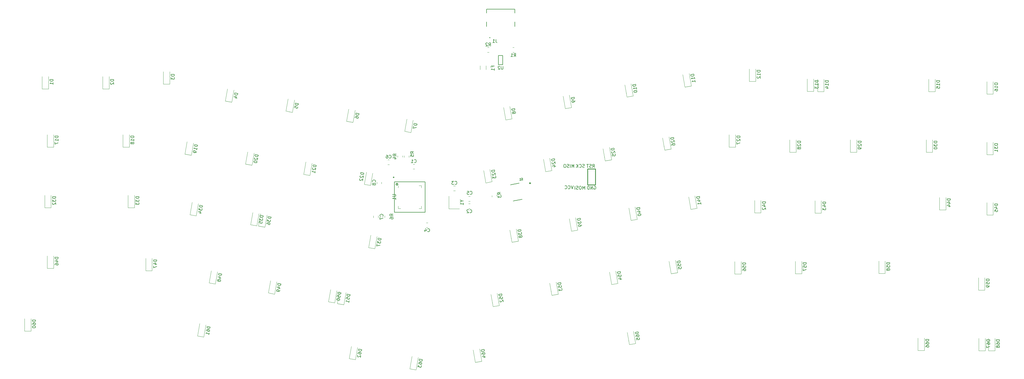
<source format=gbr>
%TF.GenerationSoftware,KiCad,Pcbnew,(6.0.1)*%
%TF.CreationDate,2022-01-26T01:35:16+07:00*%
%TF.ProjectId,Maja V1 PCB Redesign,4d616a61-2056-4312-9050-434220526564,rev?*%
%TF.SameCoordinates,Original*%
%TF.FileFunction,Legend,Bot*%
%TF.FilePolarity,Positive*%
%FSLAX46Y46*%
G04 Gerber Fmt 4.6, Leading zero omitted, Abs format (unit mm)*
G04 Created by KiCad (PCBNEW (6.0.1)) date 2022-01-26 01:35:16*
%MOMM*%
%LPD*%
G01*
G04 APERTURE LIST*
%ADD10C,0.150000*%
%ADD11C,0.120000*%
%ADD12C,0.127000*%
%ADD13C,0.300000*%
%ADD14C,0.250000*%
%ADD15C,0.200000*%
%ADD16C,0.254000*%
%ADD17C,0.203200*%
G04 APERTURE END LIST*
D10*
%TO.C,D22*%
X169465664Y-128173643D02*
X168480857Y-127999994D01*
X168439512Y-128234473D01*
X168461600Y-128383428D01*
X168538854Y-128493757D01*
X168624376Y-128557191D01*
X168803689Y-128637162D01*
X168944376Y-128661969D01*
X169140228Y-128648150D01*
X169242288Y-128617792D01*
X169352617Y-128540539D01*
X169424319Y-128408121D01*
X169465664Y-128173643D01*
X168409269Y-128954445D02*
X168354104Y-128993071D01*
X168290670Y-129078593D01*
X168249326Y-129313071D01*
X168279683Y-129415132D01*
X168318310Y-129470296D01*
X168403832Y-129533730D01*
X168497623Y-129550268D01*
X168646579Y-129528179D01*
X169308554Y-129064659D01*
X169201058Y-129674302D01*
X168243889Y-129892357D02*
X168188725Y-129930983D01*
X168125291Y-130016506D01*
X168083946Y-130250984D01*
X168114304Y-130353044D01*
X168152931Y-130408208D01*
X168238453Y-130471642D01*
X168332244Y-130488180D01*
X168481200Y-130466091D01*
X169143175Y-130002571D01*
X169035678Y-130612214D01*
%TO.C,R5*%
X185084472Y-122024326D02*
X184608282Y-121690993D01*
X185084472Y-121452897D02*
X184084472Y-121452897D01*
X184084472Y-121833850D01*
X184132092Y-121929088D01*
X184179711Y-121976707D01*
X184274949Y-122024326D01*
X184417806Y-122024326D01*
X184513044Y-121976707D01*
X184560663Y-121929088D01*
X184608282Y-121833850D01*
X184608282Y-121452897D01*
X184084472Y-122929088D02*
X184084472Y-122452897D01*
X184560663Y-122405278D01*
X184513044Y-122452897D01*
X184465425Y-122548135D01*
X184465425Y-122786231D01*
X184513044Y-122881469D01*
X184560663Y-122929088D01*
X184655901Y-122976707D01*
X184893996Y-122976707D01*
X184989234Y-122929088D01*
X185036853Y-122881469D01*
X185084472Y-122786231D01*
X185084472Y-122548135D01*
X185036853Y-122452897D01*
X184989234Y-122405278D01*
%TO.C,S1*%
X219405181Y-130314969D02*
X219320394Y-130360880D01*
X219170257Y-130387354D01*
X219104908Y-130367915D01*
X219069586Y-130343183D01*
X219028970Y-130288423D01*
X219018381Y-130228368D01*
X219037819Y-130163019D01*
X219062551Y-130127697D01*
X219117311Y-130087081D01*
X219232126Y-130035875D01*
X219286886Y-129995259D01*
X219311618Y-129959937D01*
X219331056Y-129894588D01*
X219320467Y-129834533D01*
X219279851Y-129779773D01*
X219244529Y-129755041D01*
X219179180Y-129735603D01*
X219029043Y-129762076D01*
X218944256Y-129807987D01*
X218449603Y-130514424D02*
X218809930Y-130450889D01*
X218629767Y-130482657D02*
X218518580Y-129852084D01*
X218594518Y-129931577D01*
X218665162Y-129981042D01*
X218730511Y-130000480D01*
%TO.C,J2*%
X238744354Y-126358082D02*
X238601497Y-126405701D01*
X238363401Y-126405701D01*
X238268163Y-126358082D01*
X238220544Y-126310463D01*
X238172925Y-126215225D01*
X238172925Y-126119987D01*
X238220544Y-126024749D01*
X238268163Y-125977130D01*
X238363401Y-125929511D01*
X238553878Y-125881892D01*
X238649116Y-125834273D01*
X238696735Y-125786654D01*
X238744354Y-125691416D01*
X238744354Y-125596178D01*
X238696735Y-125500940D01*
X238649116Y-125453321D01*
X238553878Y-125405701D01*
X238315782Y-125405701D01*
X238172925Y-125453321D01*
X237172925Y-126310463D02*
X237220544Y-126358082D01*
X237363401Y-126405701D01*
X237458640Y-126405701D01*
X237601497Y-126358082D01*
X237696735Y-126262844D01*
X237744354Y-126167606D01*
X237791973Y-125977130D01*
X237791973Y-125834273D01*
X237744354Y-125643797D01*
X237696735Y-125548559D01*
X237601497Y-125453321D01*
X237458640Y-125405701D01*
X237363401Y-125405701D01*
X237220544Y-125453321D01*
X237172925Y-125500940D01*
X236744354Y-126405701D02*
X236744354Y-125405701D01*
X236172925Y-126405701D02*
X236601497Y-125834273D01*
X236172925Y-125405701D02*
X236744354Y-125977130D01*
X241308259Y-126405701D02*
X241641592Y-125929511D01*
X241879687Y-126405701D02*
X241879687Y-125405701D01*
X241498735Y-125405701D01*
X241403497Y-125453321D01*
X241355878Y-125500940D01*
X241308259Y-125596178D01*
X241308259Y-125739035D01*
X241355878Y-125834273D01*
X241403497Y-125881892D01*
X241498735Y-125929511D01*
X241879687Y-125929511D01*
X240927306Y-126358082D02*
X240784449Y-126405701D01*
X240546354Y-126405701D01*
X240451116Y-126358082D01*
X240403497Y-126310463D01*
X240355878Y-126215225D01*
X240355878Y-126119987D01*
X240403497Y-126024749D01*
X240451116Y-125977130D01*
X240546354Y-125929511D01*
X240736830Y-125881892D01*
X240832068Y-125834273D01*
X240879687Y-125786654D01*
X240927306Y-125691416D01*
X240927306Y-125596178D01*
X240879687Y-125500940D01*
X240832068Y-125453321D01*
X240736830Y-125405701D01*
X240498735Y-125405701D01*
X240355878Y-125453321D01*
X240070163Y-125405701D02*
X239498735Y-125405701D01*
X239784449Y-126405701D02*
X239784449Y-125405701D01*
X238903068Y-133263701D02*
X238903068Y-132263701D01*
X238569735Y-132977987D01*
X238236401Y-132263701D01*
X238236401Y-133263701D01*
X237569735Y-132263701D02*
X237379259Y-132263701D01*
X237284020Y-132311321D01*
X237188782Y-132406559D01*
X237141163Y-132597035D01*
X237141163Y-132930368D01*
X237188782Y-133120844D01*
X237284020Y-133216082D01*
X237379259Y-133263701D01*
X237569735Y-133263701D01*
X237664973Y-133216082D01*
X237760211Y-133120844D01*
X237807830Y-132930368D01*
X237807830Y-132597035D01*
X237760211Y-132406559D01*
X237664973Y-132311321D01*
X237569735Y-132263701D01*
X236760211Y-133216082D02*
X236617354Y-133263701D01*
X236379259Y-133263701D01*
X236284020Y-133216082D01*
X236236401Y-133168463D01*
X236188782Y-133073225D01*
X236188782Y-132977987D01*
X236236401Y-132882749D01*
X236284020Y-132835130D01*
X236379259Y-132787511D01*
X236569735Y-132739892D01*
X236664973Y-132692273D01*
X236712592Y-132644654D01*
X236760211Y-132549416D01*
X236760211Y-132454178D01*
X236712592Y-132358940D01*
X236664973Y-132311321D01*
X236569735Y-132263701D01*
X236331640Y-132263701D01*
X236188782Y-132311321D01*
X235760211Y-133263701D02*
X235760211Y-132263701D01*
X235474068Y-126405701D02*
X235474068Y-125405701D01*
X235140735Y-126119987D01*
X234807401Y-125405701D01*
X234807401Y-126405701D01*
X234331211Y-126405701D02*
X234331211Y-125405701D01*
X233902640Y-126358082D02*
X233759782Y-126405701D01*
X233521687Y-126405701D01*
X233426449Y-126358082D01*
X233378830Y-126310463D01*
X233331211Y-126215225D01*
X233331211Y-126119987D01*
X233378830Y-126024749D01*
X233426449Y-125977130D01*
X233521687Y-125929511D01*
X233712163Y-125881892D01*
X233807401Y-125834273D01*
X233855020Y-125786654D01*
X233902640Y-125691416D01*
X233902640Y-125596178D01*
X233855020Y-125500940D01*
X233807401Y-125453321D01*
X233712163Y-125405701D01*
X233474068Y-125405701D01*
X233331211Y-125453321D01*
X232712163Y-125405701D02*
X232521687Y-125405701D01*
X232426449Y-125453321D01*
X232331211Y-125548559D01*
X232283592Y-125739035D01*
X232283592Y-126072368D01*
X232331211Y-126262844D01*
X232426449Y-126358082D01*
X232521687Y-126405701D01*
X232712163Y-126405701D01*
X232807401Y-126358082D01*
X232902640Y-126262844D01*
X232950259Y-126072368D01*
X232950259Y-125739035D01*
X232902640Y-125548559D01*
X232807401Y-125453321D01*
X232712163Y-125405701D01*
X241776544Y-132311321D02*
X241871782Y-132263701D01*
X242014640Y-132263701D01*
X242157497Y-132311321D01*
X242252735Y-132406559D01*
X242300354Y-132501797D01*
X242347973Y-132692273D01*
X242347973Y-132835130D01*
X242300354Y-133025606D01*
X242252735Y-133120844D01*
X242157497Y-133216082D01*
X242014640Y-133263701D01*
X241919401Y-133263701D01*
X241776544Y-133216082D01*
X241728925Y-133168463D01*
X241728925Y-132835130D01*
X241919401Y-132835130D01*
X241300354Y-133263701D02*
X241300354Y-132263701D01*
X240728925Y-133263701D01*
X240728925Y-132263701D01*
X240252735Y-133263701D02*
X240252735Y-132263701D01*
X240014640Y-132263701D01*
X239871782Y-132311321D01*
X239776544Y-132406559D01*
X239728925Y-132501797D01*
X239681306Y-132692273D01*
X239681306Y-132835130D01*
X239728925Y-133025606D01*
X239776544Y-133120844D01*
X239871782Y-133216082D01*
X240014640Y-133263701D01*
X240252735Y-133263701D01*
X235235973Y-132136701D02*
X234902640Y-133136701D01*
X234569306Y-132136701D01*
X233664544Y-133041463D02*
X233712163Y-133089082D01*
X233855020Y-133136701D01*
X233950259Y-133136701D01*
X234093116Y-133089082D01*
X234188354Y-132993844D01*
X234235973Y-132898606D01*
X234283592Y-132708130D01*
X234283592Y-132565273D01*
X234235973Y-132374797D01*
X234188354Y-132279559D01*
X234093116Y-132184321D01*
X233950259Y-132136701D01*
X233855020Y-132136701D01*
X233712163Y-132184321D01*
X233664544Y-132231940D01*
X232664544Y-133041463D02*
X232712163Y-133089082D01*
X232855020Y-133136701D01*
X232950259Y-133136701D01*
X233093116Y-133089082D01*
X233188354Y-132993844D01*
X233235973Y-132898606D01*
X233283592Y-132708130D01*
X233283592Y-132565273D01*
X233235973Y-132374797D01*
X233188354Y-132279559D01*
X233093116Y-132184321D01*
X232950259Y-132136701D01*
X232855020Y-132136701D01*
X232712163Y-132184321D01*
X232664544Y-132231940D01*
%TO.C,D37*%
X174922878Y-148749339D02*
X173938071Y-148575690D01*
X173896726Y-148810169D01*
X173918814Y-148959124D01*
X173996068Y-149069453D01*
X174081590Y-149132887D01*
X174260903Y-149212858D01*
X174401590Y-149237665D01*
X174597442Y-149223846D01*
X174699502Y-149193488D01*
X174809831Y-149116235D01*
X174881533Y-148983817D01*
X174922878Y-148749339D01*
X173780960Y-149466707D02*
X173673464Y-150076350D01*
X174106511Y-149814232D01*
X174081704Y-149954919D01*
X174112062Y-150056979D01*
X174150689Y-150112144D01*
X174236211Y-150175577D01*
X174470689Y-150216922D01*
X174572749Y-150186565D01*
X174627914Y-150147938D01*
X174691347Y-150062416D01*
X174740961Y-149781042D01*
X174710603Y-149678982D01*
X174671977Y-149623817D01*
X173615581Y-150404619D02*
X173499816Y-151061158D01*
X174559044Y-150812745D01*
%TO.C,J1*%
X210945832Y-86107380D02*
X210945832Y-86821666D01*
X210993451Y-86964523D01*
X211088689Y-87059761D01*
X211231546Y-87107380D01*
X211326784Y-87107380D01*
X209945832Y-87107380D02*
X210517260Y-87107380D01*
X210231546Y-87107380D02*
X210231546Y-86107380D01*
X210326784Y-86250238D01*
X210422022Y-86345476D01*
X210517260Y-86393095D01*
%TO.C,D36*%
X140319680Y-141981699D02*
X139334873Y-141808050D01*
X139293528Y-142042529D01*
X139315616Y-142191484D01*
X139392870Y-142301813D01*
X139478392Y-142365247D01*
X139657705Y-142445218D01*
X139798392Y-142470025D01*
X139994244Y-142456206D01*
X140096304Y-142425848D01*
X140206633Y-142348595D01*
X140278335Y-142216177D01*
X140319680Y-141981699D01*
X139177762Y-142699067D02*
X139070266Y-143308710D01*
X139503313Y-143046592D01*
X139478506Y-143187279D01*
X139508864Y-143289339D01*
X139547491Y-143344504D01*
X139633013Y-143407937D01*
X139867491Y-143449282D01*
X139969551Y-143418925D01*
X140024716Y-143380298D01*
X140088149Y-143294776D01*
X140137763Y-143013402D01*
X140107405Y-142911342D01*
X140068779Y-142856177D01*
X138921424Y-144152831D02*
X138954500Y-143965248D01*
X139017934Y-143879726D01*
X139073098Y-143841099D01*
X139230323Y-143772115D01*
X139426175Y-143758295D01*
X139801339Y-143824447D01*
X139886862Y-143887881D01*
X139925488Y-143943045D01*
X139955846Y-144045105D01*
X139922770Y-144232688D01*
X139859337Y-144318210D01*
X139804172Y-144356837D01*
X139702112Y-144387194D01*
X139467634Y-144345850D01*
X139382112Y-144282416D01*
X139343485Y-144227251D01*
X139313127Y-144125191D01*
X139346203Y-143937609D01*
X139409637Y-143852087D01*
X139464801Y-143813460D01*
X139566861Y-143783102D01*
%TO.C,R1*%
X216608806Y-91547201D02*
X216942140Y-91071011D01*
X217180235Y-91547201D02*
X217180235Y-90547201D01*
X216799282Y-90547201D01*
X216704044Y-90594821D01*
X216656425Y-90642440D01*
X216608806Y-90737678D01*
X216608806Y-90880535D01*
X216656425Y-90975773D01*
X216704044Y-91023392D01*
X216799282Y-91071011D01*
X217180235Y-91071011D01*
X215656425Y-91547201D02*
X216227854Y-91547201D01*
X215942140Y-91547201D02*
X215942140Y-90547201D01*
X216037378Y-90690059D01*
X216132616Y-90785297D01*
X216227854Y-90832916D01*
%TO.C,D59*%
X366030023Y-161508825D02*
X365030023Y-161508825D01*
X365030023Y-161746920D01*
X365077643Y-161889777D01*
X365172881Y-161985015D01*
X365268119Y-162032634D01*
X365458595Y-162080253D01*
X365601452Y-162080253D01*
X365791928Y-162032634D01*
X365887166Y-161985015D01*
X365982404Y-161889777D01*
X366030023Y-161746920D01*
X366030023Y-161508825D01*
X365030023Y-162985015D02*
X365030023Y-162508825D01*
X365506214Y-162461206D01*
X365458595Y-162508825D01*
X365410976Y-162604063D01*
X365410976Y-162842158D01*
X365458595Y-162937396D01*
X365506214Y-162985015D01*
X365601452Y-163032634D01*
X365839547Y-163032634D01*
X365934785Y-162985015D01*
X365982404Y-162937396D01*
X366030023Y-162842158D01*
X366030023Y-162604063D01*
X365982404Y-162508825D01*
X365934785Y-162461206D01*
X366030023Y-163508825D02*
X366030023Y-163699301D01*
X365982404Y-163794539D01*
X365934785Y-163842158D01*
X365791928Y-163937396D01*
X365601452Y-163985015D01*
X365220500Y-163985015D01*
X365125262Y-163937396D01*
X365077643Y-163889777D01*
X365030023Y-163794539D01*
X365030023Y-163604063D01*
X365077643Y-163508825D01*
X365125262Y-163461206D01*
X365220500Y-163413587D01*
X365458595Y-163413587D01*
X365553833Y-163461206D01*
X365601452Y-163508825D01*
X365649071Y-163604063D01*
X365649071Y-163794539D01*
X365601452Y-163889777D01*
X365553833Y-163937396D01*
X365458595Y-163985015D01*
%TO.C,D53*%
X231330508Y-162587867D02*
X230345701Y-162761516D01*
X230387045Y-162995994D01*
X230458748Y-163128411D01*
X230569077Y-163205665D01*
X230671137Y-163236022D01*
X230866989Y-163249842D01*
X231007675Y-163225035D01*
X231186989Y-163145064D01*
X231272511Y-163081630D01*
X231349764Y-162971301D01*
X231371853Y-162822345D01*
X231330508Y-162587867D01*
X230602038Y-164215279D02*
X230519349Y-163746323D01*
X230980036Y-163616738D01*
X230941409Y-163671903D01*
X230911051Y-163773963D01*
X230952396Y-164008441D01*
X231015830Y-164093963D01*
X231070994Y-164132590D01*
X231173055Y-164162947D01*
X231407533Y-164121603D01*
X231493055Y-164058169D01*
X231531681Y-164003005D01*
X231562039Y-163900944D01*
X231520694Y-163666466D01*
X231457261Y-163580944D01*
X231402096Y-163542317D01*
X230668190Y-164590444D02*
X230775686Y-165200087D01*
X231092969Y-164805666D01*
X231117775Y-164946353D01*
X231181209Y-165031875D01*
X231236374Y-165070502D01*
X231338434Y-165100860D01*
X231572912Y-165059515D01*
X231658434Y-164996081D01*
X231697061Y-164940917D01*
X231727418Y-164838857D01*
X231677805Y-164557483D01*
X231614371Y-164471961D01*
X231559207Y-164433334D01*
%TO.C,U2*%
X213179044Y-94559701D02*
X213179044Y-95369225D01*
X213131425Y-95464463D01*
X213083806Y-95512082D01*
X212988568Y-95559701D01*
X212798092Y-95559701D01*
X212702854Y-95512082D01*
X212655235Y-95464463D01*
X212607616Y-95369225D01*
X212607616Y-94559701D01*
X212179044Y-94654940D02*
X212131425Y-94607321D01*
X212036187Y-94559701D01*
X211798092Y-94559701D01*
X211702854Y-94607321D01*
X211655235Y-94654940D01*
X211607616Y-94750178D01*
X211607616Y-94845416D01*
X211655235Y-94988273D01*
X212226663Y-95559701D01*
X211607616Y-95559701D01*
%TO.C,D2*%
X90837880Y-98765248D02*
X89837880Y-98765248D01*
X89837880Y-99003344D01*
X89885500Y-99146201D01*
X89980738Y-99241439D01*
X90075976Y-99289058D01*
X90266452Y-99336677D01*
X90409309Y-99336677D01*
X90599785Y-99289058D01*
X90695023Y-99241439D01*
X90790261Y-99146201D01*
X90837880Y-99003344D01*
X90837880Y-98765248D01*
X89933119Y-99717629D02*
X89885500Y-99765248D01*
X89837880Y-99860486D01*
X89837880Y-100098582D01*
X89885500Y-100193820D01*
X89933119Y-100241439D01*
X90028357Y-100289058D01*
X90123595Y-100289058D01*
X90266452Y-100241439D01*
X90837880Y-99670010D01*
X90837880Y-100289058D01*
%TO.C,D11*%
X273152265Y-97087904D02*
X272167458Y-97261553D01*
X272208802Y-97496031D01*
X272280505Y-97628448D01*
X272390834Y-97705702D01*
X272492894Y-97736059D01*
X272688746Y-97749879D01*
X272829432Y-97725072D01*
X273008746Y-97645101D01*
X273094268Y-97581667D01*
X273171521Y-97471338D01*
X273193610Y-97322382D01*
X273152265Y-97087904D01*
X273416872Y-98588564D02*
X273317644Y-98025817D01*
X273367258Y-98307190D02*
X272382450Y-98480838D01*
X272506599Y-98362240D01*
X272583853Y-98251911D01*
X272614210Y-98149851D01*
X273582251Y-99526476D02*
X273483024Y-98963729D01*
X273532637Y-99245102D02*
X272547830Y-99418750D01*
X272671979Y-99300152D01*
X272749232Y-99189823D01*
X272779590Y-99087763D01*
%TO.C,D47*%
X104331630Y-155439058D02*
X103331630Y-155439058D01*
X103331630Y-155677153D01*
X103379250Y-155820010D01*
X103474488Y-155915248D01*
X103569726Y-155962867D01*
X103760202Y-156010486D01*
X103903059Y-156010486D01*
X104093535Y-155962867D01*
X104188773Y-155915248D01*
X104284011Y-155820010D01*
X104331630Y-155677153D01*
X104331630Y-155439058D01*
X103664964Y-156867629D02*
X104331630Y-156867629D01*
X103284011Y-156629534D02*
X103998297Y-156391439D01*
X103998297Y-157010486D01*
X103331630Y-157296201D02*
X103331630Y-157962867D01*
X104331630Y-157534296D01*
%TO.C,D25*%
X248081668Y-120302493D02*
X247096861Y-120476142D01*
X247138205Y-120710620D01*
X247209908Y-120843037D01*
X247320237Y-120920291D01*
X247422297Y-120950648D01*
X247618149Y-120964468D01*
X247758835Y-120939661D01*
X247938149Y-120859690D01*
X248023671Y-120796256D01*
X248100924Y-120685927D01*
X248123013Y-120536971D01*
X248081668Y-120302493D01*
X247356031Y-121397516D02*
X247317404Y-121452680D01*
X247287047Y-121554741D01*
X247328391Y-121789219D01*
X247391825Y-121874741D01*
X247446990Y-121913367D01*
X247549050Y-121943725D01*
X247642841Y-121927187D01*
X247775259Y-121855485D01*
X248238779Y-121193510D01*
X248346275Y-121803153D01*
X247518578Y-122867818D02*
X247435888Y-122398861D01*
X247896575Y-122269276D01*
X247857948Y-122324441D01*
X247827591Y-122426501D01*
X247868935Y-122660979D01*
X247932369Y-122746501D01*
X247987534Y-122785128D01*
X248089594Y-122815486D01*
X248324072Y-122774141D01*
X248409594Y-122710707D01*
X248448221Y-122655543D01*
X248478578Y-122553483D01*
X248437234Y-122319004D01*
X248373800Y-122233482D01*
X248318635Y-122194856D01*
%TO.C,D33*%
X98775380Y-135595308D02*
X97775380Y-135595308D01*
X97775380Y-135833403D01*
X97823000Y-135976260D01*
X97918238Y-136071498D01*
X98013476Y-136119117D01*
X98203952Y-136166736D01*
X98346809Y-136166736D01*
X98537285Y-136119117D01*
X98632523Y-136071498D01*
X98727761Y-135976260D01*
X98775380Y-135833403D01*
X98775380Y-135595308D01*
X97775380Y-136500070D02*
X97775380Y-137119117D01*
X98156333Y-136785784D01*
X98156333Y-136928641D01*
X98203952Y-137023879D01*
X98251571Y-137071498D01*
X98346809Y-137119117D01*
X98584904Y-137119117D01*
X98680142Y-137071498D01*
X98727761Y-137023879D01*
X98775380Y-136928641D01*
X98775380Y-136642927D01*
X98727761Y-136547689D01*
X98680142Y-136500070D01*
X97775380Y-137452451D02*
X97775380Y-138071498D01*
X98156333Y-137738165D01*
X98156333Y-137881022D01*
X98203952Y-137976260D01*
X98251571Y-138023879D01*
X98346809Y-138071498D01*
X98584904Y-138071498D01*
X98680142Y-138023879D01*
X98727761Y-137976260D01*
X98775380Y-137881022D01*
X98775380Y-137595308D01*
X98727761Y-137500070D01*
X98680142Y-137452451D01*
%TO.C,D10*%
X254896015Y-100262904D02*
X253911208Y-100436553D01*
X253952552Y-100671031D01*
X254024255Y-100803448D01*
X254134584Y-100880702D01*
X254236644Y-100911059D01*
X254432496Y-100924879D01*
X254573182Y-100900072D01*
X254752496Y-100820101D01*
X254838018Y-100756667D01*
X254915271Y-100646338D01*
X254937360Y-100497382D01*
X254896015Y-100262904D01*
X255160622Y-101763564D02*
X255061394Y-101200817D01*
X255111008Y-101482190D02*
X254126200Y-101655838D01*
X254250349Y-101537240D01*
X254327603Y-101426911D01*
X254357960Y-101324851D01*
X254283311Y-102546855D02*
X254299849Y-102640646D01*
X254363282Y-102726168D01*
X254418447Y-102764795D01*
X254520507Y-102795153D01*
X254716358Y-102808972D01*
X254950836Y-102767628D01*
X255130150Y-102687656D01*
X255215672Y-102624223D01*
X255254299Y-102569058D01*
X255284656Y-102466998D01*
X255268119Y-102373207D01*
X255204685Y-102287684D01*
X255149520Y-102249058D01*
X255047460Y-102218700D01*
X254851609Y-102204880D01*
X254617131Y-102246225D01*
X254437817Y-102326197D01*
X254352295Y-102389630D01*
X254313668Y-102444795D01*
X254283311Y-102546855D01*
%TO.C,D21*%
X154511482Y-125720857D02*
X153526675Y-125547208D01*
X153485330Y-125781687D01*
X153507418Y-125930642D01*
X153584672Y-126040971D01*
X153670194Y-126104405D01*
X153849507Y-126184376D01*
X153990194Y-126209183D01*
X154186046Y-126195364D01*
X154288106Y-126165006D01*
X154398435Y-126087753D01*
X154470137Y-125955335D01*
X154511482Y-125720857D01*
X153455087Y-126501659D02*
X153399922Y-126540285D01*
X153336488Y-126625807D01*
X153295144Y-126860285D01*
X153325501Y-126962346D01*
X153364128Y-127017510D01*
X153449650Y-127080944D01*
X153543441Y-127097482D01*
X153692397Y-127075393D01*
X154354372Y-126611873D01*
X154246876Y-127221516D01*
X154081496Y-128159428D02*
X154180724Y-127596681D01*
X154131110Y-127878055D02*
X153146302Y-127704406D01*
X153303527Y-127635422D01*
X153413856Y-127558169D01*
X153477290Y-127472647D01*
%TO.C,D17*%
X73375380Y-116545308D02*
X72375380Y-116545308D01*
X72375380Y-116783403D01*
X72423000Y-116926260D01*
X72518238Y-117021498D01*
X72613476Y-117069117D01*
X72803952Y-117116736D01*
X72946809Y-117116736D01*
X73137285Y-117069117D01*
X73232523Y-117021498D01*
X73327761Y-116926260D01*
X73375380Y-116783403D01*
X73375380Y-116545308D01*
X73375380Y-118069117D02*
X73375380Y-117497689D01*
X73375380Y-117783403D02*
X72375380Y-117783403D01*
X72518238Y-117688165D01*
X72613476Y-117592927D01*
X72661095Y-117497689D01*
X72375380Y-118402451D02*
X72375380Y-119069117D01*
X73375380Y-118640546D01*
%TO.C,D31*%
X368650380Y-118926558D02*
X367650380Y-118926558D01*
X367650380Y-119164653D01*
X367698000Y-119307510D01*
X367793238Y-119402748D01*
X367888476Y-119450367D01*
X368078952Y-119497986D01*
X368221809Y-119497986D01*
X368412285Y-119450367D01*
X368507523Y-119402748D01*
X368602761Y-119307510D01*
X368650380Y-119164653D01*
X368650380Y-118926558D01*
X367650380Y-119831320D02*
X367650380Y-120450367D01*
X368031333Y-120117034D01*
X368031333Y-120259891D01*
X368078952Y-120355129D01*
X368126571Y-120402748D01*
X368221809Y-120450367D01*
X368459904Y-120450367D01*
X368555142Y-120402748D01*
X368602761Y-120355129D01*
X368650380Y-120259891D01*
X368650380Y-119974177D01*
X368602761Y-119878939D01*
X368555142Y-119831320D01*
X368650380Y-121402748D02*
X368650380Y-120831320D01*
X368650380Y-121117034D02*
X367650380Y-121117034D01*
X367793238Y-121021796D01*
X367888476Y-120926558D01*
X367936095Y-120831320D01*
%TO.C,D48*%
X124800751Y-159852107D02*
X123815944Y-159678458D01*
X123774599Y-159912937D01*
X123796687Y-160061892D01*
X123873941Y-160172221D01*
X123959463Y-160235655D01*
X124138776Y-160315626D01*
X124279463Y-160340433D01*
X124475315Y-160326614D01*
X124577375Y-160296256D01*
X124687704Y-160219003D01*
X124759406Y-160086585D01*
X124800751Y-159852107D01*
X123896144Y-161143209D02*
X124552682Y-161258975D01*
X123562324Y-160842580D02*
X124307103Y-160732136D01*
X124199606Y-161341779D01*
X123874170Y-161816286D02*
X123843812Y-161714226D01*
X123805185Y-161659061D01*
X123719663Y-161595628D01*
X123672768Y-161587359D01*
X123570707Y-161617716D01*
X123515543Y-161656343D01*
X123452109Y-161741865D01*
X123419033Y-161929448D01*
X123449391Y-162031508D01*
X123488018Y-162086672D01*
X123573540Y-162150106D01*
X123620436Y-162158375D01*
X123722496Y-162128017D01*
X123777660Y-162089391D01*
X123841094Y-162003868D01*
X123874170Y-161816286D01*
X123937603Y-161730764D01*
X123992768Y-161692137D01*
X124094828Y-161661779D01*
X124282410Y-161694855D01*
X124367933Y-161758289D01*
X124406559Y-161813453D01*
X124436917Y-161915513D01*
X124403841Y-162103096D01*
X124340408Y-162188618D01*
X124285243Y-162227245D01*
X124183183Y-162257602D01*
X123995600Y-162224527D01*
X123910078Y-162161093D01*
X123871452Y-162105928D01*
X123841094Y-162003868D01*
%TO.C,D68*%
X369224676Y-180531531D02*
X368224676Y-180531531D01*
X368224676Y-180769626D01*
X368272296Y-180912483D01*
X368367534Y-181007721D01*
X368462772Y-181055340D01*
X368653248Y-181102959D01*
X368796105Y-181102959D01*
X368986581Y-181055340D01*
X369081819Y-181007721D01*
X369177057Y-180912483D01*
X369224676Y-180769626D01*
X369224676Y-180531531D01*
X368224676Y-181960102D02*
X368224676Y-181769626D01*
X368272296Y-181674388D01*
X368319915Y-181626769D01*
X368462772Y-181531531D01*
X368653248Y-181483912D01*
X369034200Y-181483912D01*
X369129438Y-181531531D01*
X369177057Y-181579150D01*
X369224676Y-181674388D01*
X369224676Y-181864864D01*
X369177057Y-181960102D01*
X369129438Y-182007721D01*
X369034200Y-182055340D01*
X368796105Y-182055340D01*
X368700867Y-182007721D01*
X368653248Y-181960102D01*
X368605629Y-181864864D01*
X368605629Y-181674388D01*
X368653248Y-181579150D01*
X368700867Y-181531531D01*
X368796105Y-181483912D01*
X368653248Y-182626769D02*
X368605629Y-182531531D01*
X368558010Y-182483912D01*
X368462772Y-182436293D01*
X368415153Y-182436293D01*
X368319915Y-182483912D01*
X368272296Y-182531531D01*
X368224676Y-182626769D01*
X368224676Y-182817245D01*
X368272296Y-182912483D01*
X368319915Y-182960102D01*
X368415153Y-183007721D01*
X368462772Y-183007721D01*
X368558010Y-182960102D01*
X368605629Y-182912483D01*
X368653248Y-182817245D01*
X368653248Y-182626769D01*
X368700867Y-182531531D01*
X368748486Y-182483912D01*
X368843724Y-182436293D01*
X369034200Y-182436293D01*
X369129438Y-182483912D01*
X369177057Y-182531531D01*
X369224676Y-182626769D01*
X369224676Y-182817245D01*
X369177057Y-182912483D01*
X369129438Y-182960102D01*
X369034200Y-183007721D01*
X368843724Y-183007721D01*
X368748486Y-182960102D01*
X368700867Y-182912483D01*
X368653248Y-182817245D01*
%TO.C,D40*%
X256156335Y-139001251D02*
X255171528Y-139174900D01*
X255212872Y-139409378D01*
X255284575Y-139541795D01*
X255394904Y-139619049D01*
X255496964Y-139649406D01*
X255692816Y-139663226D01*
X255833502Y-139638419D01*
X256012816Y-139558448D01*
X256098338Y-139495014D01*
X256175591Y-139384685D01*
X256197680Y-139235729D01*
X256156335Y-139001251D01*
X255747866Y-140523885D02*
X256404404Y-140408120D01*
X255331356Y-140355559D02*
X255993445Y-139997046D01*
X256100942Y-140606689D01*
X255543631Y-141285202D02*
X255560169Y-141378993D01*
X255623602Y-141464515D01*
X255678767Y-141503142D01*
X255780827Y-141533500D01*
X255976678Y-141547319D01*
X256211156Y-141505975D01*
X256390470Y-141426003D01*
X256475992Y-141362570D01*
X256514619Y-141307405D01*
X256544976Y-141205345D01*
X256528439Y-141111554D01*
X256465005Y-141026031D01*
X256409840Y-140987405D01*
X256307780Y-140957047D01*
X256111929Y-140943227D01*
X255877451Y-140984572D01*
X255698137Y-141064544D01*
X255612615Y-141127977D01*
X255573988Y-141183142D01*
X255543631Y-141285202D01*
%TO.C,D39*%
X237472456Y-142389520D02*
X236487649Y-142563169D01*
X236528993Y-142797647D01*
X236600696Y-142930064D01*
X236711025Y-143007318D01*
X236813085Y-143037675D01*
X237008937Y-143051495D01*
X237149623Y-143026688D01*
X237328937Y-142946717D01*
X237414459Y-142883283D01*
X237491712Y-142772954D01*
X237513801Y-142623998D01*
X237472456Y-142389520D01*
X236644759Y-143454185D02*
X236752255Y-144063828D01*
X237069537Y-143669407D01*
X237094344Y-143810094D01*
X237157778Y-143895616D01*
X237212942Y-143934243D01*
X237315003Y-143964600D01*
X237549481Y-143923256D01*
X237635003Y-143859822D01*
X237673629Y-143804658D01*
X237703987Y-143702597D01*
X237654373Y-143421224D01*
X237590940Y-143335701D01*
X237535775Y-143297075D01*
X237819753Y-144359136D02*
X237852828Y-144546718D01*
X237822471Y-144648778D01*
X237783844Y-144703943D01*
X237659695Y-144822541D01*
X237480382Y-144902513D01*
X237105217Y-144968664D01*
X237003157Y-144938307D01*
X236947992Y-144899680D01*
X236884559Y-144814158D01*
X236851483Y-144626575D01*
X236881840Y-144524515D01*
X236920467Y-144469351D01*
X237005989Y-144405917D01*
X237240467Y-144364572D01*
X237342528Y-144394930D01*
X237397692Y-144433557D01*
X237461126Y-144519079D01*
X237494202Y-144706661D01*
X237463844Y-144808721D01*
X237425217Y-144863886D01*
X237339695Y-144927319D01*
%TO.C,D3*%
X109887880Y-97177748D02*
X108887880Y-97177748D01*
X108887880Y-97415844D01*
X108935500Y-97558701D01*
X109030738Y-97653939D01*
X109125976Y-97701558D01*
X109316452Y-97749177D01*
X109459309Y-97749177D01*
X109649785Y-97701558D01*
X109745023Y-97653939D01*
X109840261Y-97558701D01*
X109887880Y-97415844D01*
X109887880Y-97177748D01*
X108887880Y-98082510D02*
X108887880Y-98701558D01*
X109268833Y-98368224D01*
X109268833Y-98511082D01*
X109316452Y-98606320D01*
X109364071Y-98653939D01*
X109459309Y-98701558D01*
X109697404Y-98701558D01*
X109792642Y-98653939D01*
X109840261Y-98606320D01*
X109887880Y-98511082D01*
X109887880Y-98225367D01*
X109840261Y-98130129D01*
X109792642Y-98082510D01*
%TO.C,D56*%
X289456378Y-156394518D02*
X288456378Y-156394518D01*
X288456378Y-156632613D01*
X288503998Y-156775470D01*
X288599236Y-156870708D01*
X288694474Y-156918327D01*
X288884950Y-156965946D01*
X289027807Y-156965946D01*
X289218283Y-156918327D01*
X289313521Y-156870708D01*
X289408759Y-156775470D01*
X289456378Y-156632613D01*
X289456378Y-156394518D01*
X288456378Y-157870708D02*
X288456378Y-157394518D01*
X288932569Y-157346899D01*
X288884950Y-157394518D01*
X288837331Y-157489756D01*
X288837331Y-157727851D01*
X288884950Y-157823089D01*
X288932569Y-157870708D01*
X289027807Y-157918327D01*
X289265902Y-157918327D01*
X289361140Y-157870708D01*
X289408759Y-157823089D01*
X289456378Y-157727851D01*
X289456378Y-157489756D01*
X289408759Y-157394518D01*
X289361140Y-157346899D01*
X288456378Y-158775470D02*
X288456378Y-158584994D01*
X288503998Y-158489756D01*
X288551617Y-158442137D01*
X288694474Y-158346899D01*
X288884950Y-158299280D01*
X289265902Y-158299280D01*
X289361140Y-158346899D01*
X289408759Y-158394518D01*
X289456378Y-158489756D01*
X289456378Y-158680232D01*
X289408759Y-158775470D01*
X289361140Y-158823089D01*
X289265902Y-158870708D01*
X289027807Y-158870708D01*
X288932569Y-158823089D01*
X288884950Y-158775470D01*
X288837331Y-158680232D01*
X288837331Y-158489756D01*
X288884950Y-158394518D01*
X288932569Y-158346899D01*
X289027807Y-158299280D01*
%TO.C,D4*%
X129822543Y-103171063D02*
X128837735Y-102997415D01*
X128796390Y-103231893D01*
X128818479Y-103380848D01*
X128895732Y-103491177D01*
X128981254Y-103554611D01*
X129160568Y-103634582D01*
X129301255Y-103659389D01*
X129497106Y-103645570D01*
X129599166Y-103615212D01*
X129709495Y-103537959D01*
X129781198Y-103405541D01*
X129822543Y-103171063D01*
X128917935Y-104462165D02*
X129574474Y-104577931D01*
X128584115Y-104161536D02*
X129328894Y-104051092D01*
X129221398Y-104660735D01*
%TO.C,D50*%
X162265316Y-165790007D02*
X161280509Y-165616358D01*
X161239164Y-165850837D01*
X161261252Y-165999792D01*
X161338506Y-166110121D01*
X161424028Y-166173555D01*
X161603341Y-166253526D01*
X161744028Y-166278333D01*
X161939880Y-166264514D01*
X162041940Y-166234156D01*
X162152269Y-166156903D01*
X162223971Y-166024485D01*
X162265316Y-165790007D01*
X161024171Y-167070122D02*
X161106860Y-166601166D01*
X161584085Y-166636960D01*
X161528921Y-166675587D01*
X161465487Y-166761109D01*
X161424142Y-166995587D01*
X161454500Y-167097647D01*
X161493127Y-167152812D01*
X161578649Y-167216245D01*
X161813127Y-167257590D01*
X161915187Y-167227233D01*
X161970352Y-167188606D01*
X162033785Y-167103084D01*
X162075130Y-166868606D01*
X162044772Y-166766545D01*
X162006146Y-166711381D01*
X160908405Y-167726661D02*
X160891867Y-167820452D01*
X160922225Y-167922512D01*
X160960852Y-167977677D01*
X161046374Y-168041110D01*
X161225687Y-168121082D01*
X161460165Y-168162427D01*
X161656017Y-168148607D01*
X161758077Y-168118249D01*
X161813242Y-168079622D01*
X161876675Y-167994100D01*
X161893213Y-167900309D01*
X161862855Y-167798249D01*
X161824229Y-167743084D01*
X161738706Y-167679651D01*
X161559393Y-167599679D01*
X161324915Y-167558334D01*
X161129064Y-167572154D01*
X161027003Y-167602512D01*
X160971839Y-167641139D01*
X160908405Y-167726661D01*
%TO.C,D66*%
X347007318Y-180434723D02*
X346007318Y-180434723D01*
X346007318Y-180672818D01*
X346054938Y-180815675D01*
X346150176Y-180910913D01*
X346245414Y-180958532D01*
X346435890Y-181006151D01*
X346578747Y-181006151D01*
X346769223Y-180958532D01*
X346864461Y-180910913D01*
X346959699Y-180815675D01*
X347007318Y-180672818D01*
X347007318Y-180434723D01*
X346007318Y-181863294D02*
X346007318Y-181672818D01*
X346054938Y-181577580D01*
X346102557Y-181529961D01*
X346245414Y-181434723D01*
X346435890Y-181387104D01*
X346816842Y-181387104D01*
X346912080Y-181434723D01*
X346959699Y-181482342D01*
X347007318Y-181577580D01*
X347007318Y-181768056D01*
X346959699Y-181863294D01*
X346912080Y-181910913D01*
X346816842Y-181958532D01*
X346578747Y-181958532D01*
X346483509Y-181910913D01*
X346435890Y-181863294D01*
X346388271Y-181768056D01*
X346388271Y-181577580D01*
X346435890Y-181482342D01*
X346483509Y-181434723D01*
X346578747Y-181387104D01*
X346007318Y-182815675D02*
X346007318Y-182625199D01*
X346054938Y-182529961D01*
X346102557Y-182482342D01*
X346245414Y-182387104D01*
X346435890Y-182339485D01*
X346816842Y-182339485D01*
X346912080Y-182387104D01*
X346959699Y-182434723D01*
X347007318Y-182529961D01*
X347007318Y-182720437D01*
X346959699Y-182815675D01*
X346912080Y-182863294D01*
X346816842Y-182910913D01*
X346578747Y-182910913D01*
X346483509Y-182863294D01*
X346435890Y-182815675D01*
X346388271Y-182720437D01*
X346388271Y-182529961D01*
X346435890Y-182434723D01*
X346483509Y-182387104D01*
X346578747Y-182339485D01*
%TO.C,D65*%
X255689765Y-178050404D02*
X254704958Y-178224053D01*
X254746302Y-178458531D01*
X254818005Y-178590948D01*
X254928334Y-178668202D01*
X255030394Y-178698559D01*
X255226246Y-178712379D01*
X255366932Y-178687572D01*
X255546246Y-178607601D01*
X255631768Y-178544167D01*
X255709021Y-178433838D01*
X255731110Y-178284882D01*
X255689765Y-178050404D01*
X254953026Y-179630921D02*
X254919950Y-179443338D01*
X254950308Y-179341278D01*
X254988935Y-179286114D01*
X255113084Y-179167516D01*
X255292397Y-179087544D01*
X255667562Y-179021392D01*
X255769622Y-179051750D01*
X255824787Y-179090377D01*
X255888220Y-179175899D01*
X255921296Y-179363481D01*
X255890938Y-179465542D01*
X255852312Y-179520706D01*
X255766790Y-179584140D01*
X255532312Y-179625484D01*
X255430251Y-179595127D01*
X255375087Y-179556500D01*
X255311653Y-179470978D01*
X255278577Y-179283395D01*
X255308935Y-179181335D01*
X255347562Y-179126171D01*
X255433084Y-179062737D01*
X255126675Y-180615729D02*
X255043985Y-180146772D01*
X255504672Y-180017187D01*
X255466045Y-180072352D01*
X255435688Y-180174412D01*
X255477032Y-180408890D01*
X255540466Y-180494412D01*
X255595631Y-180533039D01*
X255697691Y-180563397D01*
X255932169Y-180522052D01*
X256017691Y-180458618D01*
X256056318Y-180403454D01*
X256086675Y-180301394D01*
X256045331Y-180066915D01*
X255981897Y-179981393D01*
X255926732Y-179942767D01*
%TO.C,D26*%
X266802265Y-116931654D02*
X265817458Y-117105303D01*
X265858802Y-117339781D01*
X265930505Y-117472198D01*
X266040834Y-117549452D01*
X266142894Y-117579809D01*
X266338746Y-117593629D01*
X266479432Y-117568822D01*
X266658746Y-117488851D01*
X266744268Y-117425417D01*
X266821521Y-117315088D01*
X266843610Y-117166132D01*
X266802265Y-116931654D01*
X266076628Y-118026677D02*
X266038001Y-118081841D01*
X266007644Y-118183902D01*
X266048988Y-118418380D01*
X266112422Y-118503902D01*
X266167587Y-118542528D01*
X266269647Y-118572886D01*
X266363438Y-118556348D01*
X266495856Y-118484646D01*
X266959376Y-117822671D01*
X267066872Y-118432314D01*
X266230906Y-119450083D02*
X266197830Y-119262500D01*
X266228187Y-119160440D01*
X266266814Y-119105276D01*
X266390963Y-118986678D01*
X266570276Y-118906706D01*
X266945441Y-118840555D01*
X267047501Y-118870912D01*
X267102666Y-118909539D01*
X267166100Y-118995061D01*
X267199175Y-119182644D01*
X267168818Y-119284704D01*
X267130191Y-119339868D01*
X267044669Y-119403302D01*
X266810191Y-119444647D01*
X266708131Y-119414289D01*
X266652966Y-119375662D01*
X266589532Y-119290140D01*
X266556457Y-119102558D01*
X266586814Y-119000497D01*
X266625441Y-118945333D01*
X266710963Y-118881899D01*
%TO.C,D18*%
X97187880Y-116545308D02*
X96187880Y-116545308D01*
X96187880Y-116783403D01*
X96235500Y-116926260D01*
X96330738Y-117021498D01*
X96425976Y-117069117D01*
X96616452Y-117116736D01*
X96759309Y-117116736D01*
X96949785Y-117069117D01*
X97045023Y-117021498D01*
X97140261Y-116926260D01*
X97187880Y-116783403D01*
X97187880Y-116545308D01*
X97187880Y-118069117D02*
X97187880Y-117497689D01*
X97187880Y-117783403D02*
X96187880Y-117783403D01*
X96330738Y-117688165D01*
X96425976Y-117592927D01*
X96473595Y-117497689D01*
X96616452Y-118640546D02*
X96568833Y-118545308D01*
X96521214Y-118497689D01*
X96425976Y-118450070D01*
X96378357Y-118450070D01*
X96283119Y-118497689D01*
X96235500Y-118545308D01*
X96187880Y-118640546D01*
X96187880Y-118831022D01*
X96235500Y-118926260D01*
X96283119Y-118973879D01*
X96378357Y-119021498D01*
X96425976Y-119021498D01*
X96521214Y-118973879D01*
X96568833Y-118926260D01*
X96616452Y-118831022D01*
X96616452Y-118640546D01*
X96664071Y-118545308D01*
X96711690Y-118497689D01*
X96806928Y-118450070D01*
X96997404Y-118450070D01*
X97092642Y-118497689D01*
X97140261Y-118545308D01*
X97187880Y-118640546D01*
X97187880Y-118831022D01*
X97140261Y-118926260D01*
X97092642Y-118973879D01*
X96997404Y-119021498D01*
X96806928Y-119021498D01*
X96711690Y-118973879D01*
X96664071Y-118926260D01*
X96616452Y-118831022D01*
%TO.C,D27*%
X287687880Y-116545308D02*
X286687880Y-116545308D01*
X286687880Y-116783403D01*
X286735500Y-116926260D01*
X286830738Y-117021498D01*
X286925976Y-117069117D01*
X287116452Y-117116736D01*
X287259309Y-117116736D01*
X287449785Y-117069117D01*
X287545023Y-117021498D01*
X287640261Y-116926260D01*
X287687880Y-116783403D01*
X287687880Y-116545308D01*
X286783119Y-117497689D02*
X286735500Y-117545308D01*
X286687880Y-117640546D01*
X286687880Y-117878641D01*
X286735500Y-117973879D01*
X286783119Y-118021498D01*
X286878357Y-118069117D01*
X286973595Y-118069117D01*
X287116452Y-118021498D01*
X287687880Y-117450070D01*
X287687880Y-118069117D01*
X286687880Y-118402451D02*
X286687880Y-119069117D01*
X287687880Y-118640546D01*
%TO.C,D32*%
X72581630Y-135595308D02*
X71581630Y-135595308D01*
X71581630Y-135833403D01*
X71629250Y-135976260D01*
X71724488Y-136071498D01*
X71819726Y-136119117D01*
X72010202Y-136166736D01*
X72153059Y-136166736D01*
X72343535Y-136119117D01*
X72438773Y-136071498D01*
X72534011Y-135976260D01*
X72581630Y-135833403D01*
X72581630Y-135595308D01*
X71581630Y-136500070D02*
X71581630Y-137119117D01*
X71962583Y-136785784D01*
X71962583Y-136928641D01*
X72010202Y-137023879D01*
X72057821Y-137071498D01*
X72153059Y-137119117D01*
X72391154Y-137119117D01*
X72486392Y-137071498D01*
X72534011Y-137023879D01*
X72581630Y-136928641D01*
X72581630Y-136642927D01*
X72534011Y-136547689D01*
X72486392Y-136500070D01*
X71676869Y-137500070D02*
X71629250Y-137547689D01*
X71581630Y-137642927D01*
X71581630Y-137881022D01*
X71629250Y-137976260D01*
X71676869Y-138023879D01*
X71772107Y-138071498D01*
X71867345Y-138071498D01*
X72010202Y-138023879D01*
X72581630Y-137452451D01*
X72581630Y-138071498D01*
%TO.C,D24*%
X229344008Y-123680005D02*
X228359201Y-123853654D01*
X228400545Y-124088132D01*
X228472248Y-124220549D01*
X228582577Y-124297803D01*
X228684637Y-124328160D01*
X228880489Y-124341980D01*
X229021175Y-124317173D01*
X229200489Y-124237202D01*
X229286011Y-124173768D01*
X229363264Y-124063439D01*
X229385353Y-123914483D01*
X229344008Y-123680005D01*
X228618371Y-124775028D02*
X228579744Y-124830192D01*
X228549387Y-124932253D01*
X228590731Y-125166731D01*
X228654165Y-125252253D01*
X228709330Y-125290879D01*
X228811390Y-125321237D01*
X228905181Y-125304699D01*
X229037599Y-125232997D01*
X229501119Y-124571022D01*
X229608615Y-125180665D01*
X229100918Y-126140551D02*
X229757456Y-126024786D01*
X228684408Y-125972225D02*
X229346497Y-125613712D01*
X229453994Y-126223355D01*
%TO.C,D23*%
X210541809Y-127208106D02*
X209557002Y-127381755D01*
X209598346Y-127616233D01*
X209670049Y-127748650D01*
X209780378Y-127825904D01*
X209882438Y-127856261D01*
X210078290Y-127870081D01*
X210218976Y-127845274D01*
X210398290Y-127765303D01*
X210483812Y-127701869D01*
X210561065Y-127591540D01*
X210583154Y-127442584D01*
X210541809Y-127208106D01*
X209816172Y-128303129D02*
X209777545Y-128358293D01*
X209747188Y-128460354D01*
X209788532Y-128694832D01*
X209851966Y-128780354D01*
X209907131Y-128818980D01*
X210009191Y-128849338D01*
X210102982Y-128832800D01*
X210235400Y-128761098D01*
X210698920Y-128099123D01*
X210806416Y-128708766D01*
X209879491Y-129210683D02*
X209986987Y-129820326D01*
X210304270Y-129425905D01*
X210329076Y-129566592D01*
X210392510Y-129652114D01*
X210447675Y-129690741D01*
X210549735Y-129721099D01*
X210784213Y-129679754D01*
X210869735Y-129616320D01*
X210908362Y-129561156D01*
X210938719Y-129459096D01*
X210889106Y-129177722D01*
X210825672Y-129092200D01*
X210770508Y-129053573D01*
%TO.C,D12*%
X294037880Y-95907808D02*
X293037880Y-95907808D01*
X293037880Y-96145903D01*
X293085500Y-96288760D01*
X293180738Y-96383998D01*
X293275976Y-96431617D01*
X293466452Y-96479236D01*
X293609309Y-96479236D01*
X293799785Y-96431617D01*
X293895023Y-96383998D01*
X293990261Y-96288760D01*
X294037880Y-96145903D01*
X294037880Y-95907808D01*
X294037880Y-97431617D02*
X294037880Y-96860189D01*
X294037880Y-97145903D02*
X293037880Y-97145903D01*
X293180738Y-97050665D01*
X293275976Y-96955427D01*
X293323595Y-96860189D01*
X293133119Y-97812570D02*
X293085500Y-97860189D01*
X293037880Y-97955427D01*
X293037880Y-98193522D01*
X293085500Y-98288760D01*
X293133119Y-98336379D01*
X293228357Y-98383998D01*
X293323595Y-98383998D01*
X293466452Y-98336379D01*
X294037880Y-97764951D01*
X294037880Y-98383998D01*
%TO.C,D28*%
X306737880Y-118132808D02*
X305737880Y-118132808D01*
X305737880Y-118370903D01*
X305785500Y-118513760D01*
X305880738Y-118608998D01*
X305975976Y-118656617D01*
X306166452Y-118704236D01*
X306309309Y-118704236D01*
X306499785Y-118656617D01*
X306595023Y-118608998D01*
X306690261Y-118513760D01*
X306737880Y-118370903D01*
X306737880Y-118132808D01*
X305833119Y-119085189D02*
X305785500Y-119132808D01*
X305737880Y-119228046D01*
X305737880Y-119466141D01*
X305785500Y-119561379D01*
X305833119Y-119608998D01*
X305928357Y-119656617D01*
X306023595Y-119656617D01*
X306166452Y-119608998D01*
X306737880Y-119037570D01*
X306737880Y-119656617D01*
X306166452Y-120228046D02*
X306118833Y-120132808D01*
X306071214Y-120085189D01*
X305975976Y-120037570D01*
X305928357Y-120037570D01*
X305833119Y-120085189D01*
X305785500Y-120132808D01*
X305737880Y-120228046D01*
X305737880Y-120418522D01*
X305785500Y-120513760D01*
X305833119Y-120561379D01*
X305928357Y-120608998D01*
X305975976Y-120608998D01*
X306071214Y-120561379D01*
X306118833Y-120513760D01*
X306166452Y-120418522D01*
X306166452Y-120228046D01*
X306214071Y-120132808D01*
X306261690Y-120085189D01*
X306356928Y-120037570D01*
X306547404Y-120037570D01*
X306642642Y-120085189D01*
X306690261Y-120132808D01*
X306737880Y-120228046D01*
X306737880Y-120418522D01*
X306690261Y-120513760D01*
X306642642Y-120561379D01*
X306547404Y-120608998D01*
X306356928Y-120608998D01*
X306261690Y-120561379D01*
X306214071Y-120513760D01*
X306166452Y-120418522D01*
%TO.C,D9*%
X235577060Y-104321547D02*
X234592252Y-104495196D01*
X234633597Y-104729674D01*
X234705299Y-104862092D01*
X234815629Y-104939345D01*
X234917689Y-104969703D01*
X235113540Y-104983522D01*
X235254227Y-104958715D01*
X235433540Y-104878744D01*
X235519063Y-104815310D01*
X235596316Y-104704981D01*
X235618405Y-104556025D01*
X235577060Y-104321547D01*
X235758977Y-105353251D02*
X235792053Y-105540833D01*
X235761695Y-105642893D01*
X235723069Y-105698058D01*
X235598920Y-105816656D01*
X235419606Y-105896628D01*
X235044441Y-105962779D01*
X234942381Y-105932422D01*
X234887217Y-105893795D01*
X234823783Y-105808273D01*
X234790707Y-105620690D01*
X234821065Y-105518630D01*
X234859692Y-105463465D01*
X234945214Y-105400032D01*
X235179692Y-105358687D01*
X235281752Y-105389045D01*
X235336917Y-105427671D01*
X235400350Y-105513194D01*
X235433426Y-105700776D01*
X235403068Y-105802836D01*
X235364442Y-105858001D01*
X235278919Y-105921434D01*
%TO.C,D41*%
X274969290Y-135516176D02*
X273984483Y-135689825D01*
X274025827Y-135924303D01*
X274097530Y-136056720D01*
X274207859Y-136133974D01*
X274309919Y-136164331D01*
X274505771Y-136178151D01*
X274646457Y-136153344D01*
X274825771Y-136073373D01*
X274911293Y-136009939D01*
X274988546Y-135899610D01*
X275010635Y-135750654D01*
X274969290Y-135516176D01*
X274560821Y-137038810D02*
X275217359Y-136923045D01*
X274144311Y-136870484D02*
X274806400Y-136511971D01*
X274913897Y-137121614D01*
X275399276Y-137954748D02*
X275300049Y-137392001D01*
X275349662Y-137673374D02*
X274364855Y-137847022D01*
X274489004Y-137728424D01*
X274566257Y-137618095D01*
X274596615Y-137516035D01*
%TO.C,D63*%
X187848982Y-186839607D02*
X186864175Y-186665958D01*
X186822830Y-186900437D01*
X186844918Y-187049392D01*
X186922172Y-187159721D01*
X187007694Y-187223155D01*
X187187007Y-187303126D01*
X187327694Y-187327933D01*
X187523546Y-187314114D01*
X187625606Y-187283756D01*
X187735935Y-187206503D01*
X187807637Y-187074085D01*
X187848982Y-186839607D01*
X186616106Y-188072827D02*
X186649182Y-187885244D01*
X186712615Y-187799722D01*
X186767780Y-187761095D01*
X186925004Y-187692111D01*
X187120856Y-187678291D01*
X187496021Y-187744443D01*
X187581543Y-187807876D01*
X187620170Y-187863041D01*
X187650527Y-187965101D01*
X187617451Y-188152684D01*
X187554018Y-188238206D01*
X187498853Y-188276833D01*
X187396793Y-188307190D01*
X187162315Y-188265845D01*
X187076793Y-188202412D01*
X187038166Y-188147247D01*
X187007808Y-188045187D01*
X187040884Y-187857605D01*
X187104318Y-187772082D01*
X187159482Y-187733456D01*
X187261543Y-187703098D01*
X186541685Y-188494887D02*
X186434189Y-189104530D01*
X186867236Y-188842412D01*
X186842429Y-188983099D01*
X186872787Y-189085159D01*
X186911414Y-189140324D01*
X186996936Y-189203758D01*
X187231414Y-189245102D01*
X187333474Y-189214745D01*
X187388639Y-189176118D01*
X187452072Y-189090596D01*
X187501686Y-188809222D01*
X187471328Y-188707162D01*
X187432702Y-188651997D01*
%TO.C,C4*%
X189481540Y-146523723D02*
X189529159Y-146571342D01*
X189672016Y-146618961D01*
X189767254Y-146618961D01*
X189910112Y-146571342D01*
X190005350Y-146476104D01*
X190052969Y-146380866D01*
X190100588Y-146190390D01*
X190100588Y-146047533D01*
X190052969Y-145857057D01*
X190005350Y-145761819D01*
X189910112Y-145666581D01*
X189767254Y-145618961D01*
X189672016Y-145618961D01*
X189529159Y-145666581D01*
X189481540Y-145714200D01*
X188624397Y-145952295D02*
X188624397Y-146618961D01*
X188862493Y-145571342D02*
X189100588Y-146285628D01*
X188481540Y-146285628D01*
%TO.C,D58*%
X334712745Y-156281211D02*
X333712745Y-156281211D01*
X333712745Y-156519306D01*
X333760365Y-156662163D01*
X333855603Y-156757401D01*
X333950841Y-156805020D01*
X334141317Y-156852639D01*
X334284174Y-156852639D01*
X334474650Y-156805020D01*
X334569888Y-156757401D01*
X334665126Y-156662163D01*
X334712745Y-156519306D01*
X334712745Y-156281211D01*
X333712745Y-157757401D02*
X333712745Y-157281211D01*
X334188936Y-157233592D01*
X334141317Y-157281211D01*
X334093698Y-157376449D01*
X334093698Y-157614544D01*
X334141317Y-157709782D01*
X334188936Y-157757401D01*
X334284174Y-157805020D01*
X334522269Y-157805020D01*
X334617507Y-157757401D01*
X334665126Y-157709782D01*
X334712745Y-157614544D01*
X334712745Y-157376449D01*
X334665126Y-157281211D01*
X334617507Y-157233592D01*
X334141317Y-158376449D02*
X334093698Y-158281211D01*
X334046079Y-158233592D01*
X333950841Y-158185973D01*
X333903222Y-158185973D01*
X333807984Y-158233592D01*
X333760365Y-158281211D01*
X333712745Y-158376449D01*
X333712745Y-158566925D01*
X333760365Y-158662163D01*
X333807984Y-158709782D01*
X333903222Y-158757401D01*
X333950841Y-158757401D01*
X334046079Y-158709782D01*
X334093698Y-158662163D01*
X334141317Y-158566925D01*
X334141317Y-158376449D01*
X334188936Y-158281211D01*
X334236555Y-158233592D01*
X334331793Y-158185973D01*
X334522269Y-158185973D01*
X334617507Y-158233592D01*
X334665126Y-158281211D01*
X334712745Y-158376449D01*
X334712745Y-158566925D01*
X334665126Y-158662163D01*
X334617507Y-158709782D01*
X334522269Y-158757401D01*
X334331793Y-158757401D01*
X334236555Y-158709782D01*
X334188936Y-158662163D01*
X334141317Y-158566925D01*
%TO.C,D52*%
X212827265Y-166144154D02*
X211842458Y-166317803D01*
X211883802Y-166552281D01*
X211955505Y-166684698D01*
X212065834Y-166761952D01*
X212167894Y-166792309D01*
X212363746Y-166806129D01*
X212504432Y-166781322D01*
X212683746Y-166701351D01*
X212769268Y-166637917D01*
X212846521Y-166527588D01*
X212868610Y-166378632D01*
X212827265Y-166144154D01*
X212098795Y-167771566D02*
X212016106Y-167302610D01*
X212476793Y-167173025D01*
X212438166Y-167228190D01*
X212407808Y-167330250D01*
X212449153Y-167564728D01*
X212512587Y-167650250D01*
X212567751Y-167688877D01*
X212669812Y-167719234D01*
X212904290Y-167677890D01*
X212989812Y-167614456D01*
X213028438Y-167559292D01*
X213058796Y-167457231D01*
X213017451Y-167222753D01*
X212954018Y-167137231D01*
X212898853Y-167098604D01*
X212267007Y-168177089D02*
X212228381Y-168232254D01*
X212198023Y-168334314D01*
X212239368Y-168568792D01*
X212302801Y-168654314D01*
X212357966Y-168692941D01*
X212460026Y-168723298D01*
X212553817Y-168706760D01*
X212686235Y-168635058D01*
X213149755Y-167973083D01*
X213257251Y-168582726D01*
%TO.C,D44*%
X353771115Y-136240569D02*
X352771115Y-136240569D01*
X352771115Y-136478664D01*
X352818735Y-136621521D01*
X352913973Y-136716759D01*
X353009211Y-136764378D01*
X353199687Y-136811997D01*
X353342544Y-136811997D01*
X353533020Y-136764378D01*
X353628258Y-136716759D01*
X353723496Y-136621521D01*
X353771115Y-136478664D01*
X353771115Y-136240569D01*
X353104449Y-137669140D02*
X353771115Y-137669140D01*
X352723496Y-137431045D02*
X353437782Y-137192950D01*
X353437782Y-137811997D01*
X353104449Y-138621521D02*
X353771115Y-138621521D01*
X352723496Y-138383426D02*
X353437782Y-138145331D01*
X353437782Y-138764378D01*
%TO.C,D57*%
X308495219Y-156329979D02*
X307495219Y-156329979D01*
X307495219Y-156568074D01*
X307542839Y-156710931D01*
X307638077Y-156806169D01*
X307733315Y-156853788D01*
X307923791Y-156901407D01*
X308066648Y-156901407D01*
X308257124Y-156853788D01*
X308352362Y-156806169D01*
X308447600Y-156710931D01*
X308495219Y-156568074D01*
X308495219Y-156329979D01*
X307495219Y-157806169D02*
X307495219Y-157329979D01*
X307971410Y-157282360D01*
X307923791Y-157329979D01*
X307876172Y-157425217D01*
X307876172Y-157663312D01*
X307923791Y-157758550D01*
X307971410Y-157806169D01*
X308066648Y-157853788D01*
X308304743Y-157853788D01*
X308399981Y-157806169D01*
X308447600Y-157758550D01*
X308495219Y-157663312D01*
X308495219Y-157425217D01*
X308447600Y-157329979D01*
X308399981Y-157282360D01*
X307495219Y-158187122D02*
X307495219Y-158853788D01*
X308495219Y-158425217D01*
%TO.C,D42*%
X295686518Y-137184444D02*
X294686518Y-137184444D01*
X294686518Y-137422539D01*
X294734138Y-137565396D01*
X294829376Y-137660634D01*
X294924614Y-137708253D01*
X295115090Y-137755872D01*
X295257947Y-137755872D01*
X295448423Y-137708253D01*
X295543661Y-137660634D01*
X295638899Y-137565396D01*
X295686518Y-137422539D01*
X295686518Y-137184444D01*
X295019852Y-138613015D02*
X295686518Y-138613015D01*
X294638899Y-138374920D02*
X295353185Y-138136825D01*
X295353185Y-138755872D01*
X294781757Y-139089206D02*
X294734138Y-139136825D01*
X294686518Y-139232063D01*
X294686518Y-139470158D01*
X294734138Y-139565396D01*
X294781757Y-139613015D01*
X294876995Y-139660634D01*
X294972233Y-139660634D01*
X295115090Y-139613015D01*
X295686518Y-139041587D01*
X295686518Y-139660634D01*
%TO.C,D64*%
X207271015Y-183606654D02*
X206286208Y-183780303D01*
X206327552Y-184014781D01*
X206399255Y-184147198D01*
X206509584Y-184224452D01*
X206611644Y-184254809D01*
X206807496Y-184268629D01*
X206948182Y-184243822D01*
X207127496Y-184163851D01*
X207213018Y-184100417D01*
X207290271Y-183990088D01*
X207312360Y-183841132D01*
X207271015Y-183606654D01*
X206534276Y-185187171D02*
X206501200Y-184999588D01*
X206531558Y-184897528D01*
X206570185Y-184842364D01*
X206694334Y-184723766D01*
X206873647Y-184643794D01*
X207248812Y-184577642D01*
X207350872Y-184608000D01*
X207406037Y-184646627D01*
X207469470Y-184732149D01*
X207502546Y-184919731D01*
X207472188Y-185021792D01*
X207433562Y-185076956D01*
X207348040Y-185140390D01*
X207113562Y-185181734D01*
X207011501Y-185151377D01*
X206956337Y-185112750D01*
X206892903Y-185027228D01*
X206859827Y-184839645D01*
X206890185Y-184737585D01*
X206928812Y-184682421D01*
X207014334Y-184618987D01*
X207027925Y-186067200D02*
X207684463Y-185951435D01*
X206611415Y-185898874D02*
X207273504Y-185540361D01*
X207381001Y-186150004D01*
%TO.C,D38*%
X218788577Y-145874595D02*
X217803770Y-146048244D01*
X217845114Y-146282722D01*
X217916817Y-146415139D01*
X218027146Y-146492393D01*
X218129206Y-146522750D01*
X218325058Y-146536570D01*
X218465744Y-146511763D01*
X218645058Y-146431792D01*
X218730580Y-146368358D01*
X218807833Y-146258029D01*
X218829922Y-146109073D01*
X218788577Y-145874595D01*
X217960880Y-146939260D02*
X218068376Y-147548903D01*
X218385658Y-147154482D01*
X218410465Y-147295169D01*
X218473899Y-147380691D01*
X218529063Y-147419318D01*
X218631124Y-147449675D01*
X218865602Y-147408331D01*
X218951124Y-147344897D01*
X218989750Y-147289733D01*
X219020108Y-147187672D01*
X218970494Y-146906299D01*
X218907061Y-146820776D01*
X218851896Y-146782150D01*
X218589664Y-148037230D02*
X218526231Y-147951707D01*
X218471066Y-147913081D01*
X218369006Y-147882723D01*
X218322110Y-147890992D01*
X218236588Y-147954426D01*
X218197961Y-148009590D01*
X218167604Y-148111650D01*
X218200680Y-148299233D01*
X218264113Y-148384755D01*
X218319278Y-148423382D01*
X218421338Y-148453739D01*
X218468234Y-148445470D01*
X218553756Y-148382037D01*
X218592382Y-148326872D01*
X218622740Y-148224812D01*
X218589664Y-148037230D01*
X218620022Y-147935169D01*
X218658649Y-147880005D01*
X218744171Y-147816571D01*
X218931753Y-147783496D01*
X219033813Y-147813853D01*
X219088978Y-147852480D01*
X219152412Y-147938002D01*
X219185487Y-148125585D01*
X219155130Y-148227645D01*
X219116503Y-148282809D01*
X219030981Y-148346243D01*
X218843398Y-148379319D01*
X218741338Y-148348961D01*
X218686174Y-148310334D01*
X218622740Y-148224812D01*
%TO.C,D54*%
X250068169Y-159145817D02*
X249083362Y-159319466D01*
X249124706Y-159553944D01*
X249196409Y-159686361D01*
X249306738Y-159763615D01*
X249408798Y-159793972D01*
X249604650Y-159807792D01*
X249745336Y-159782985D01*
X249924650Y-159703014D01*
X250010172Y-159639580D01*
X250087425Y-159529251D01*
X250109514Y-159380295D01*
X250068169Y-159145817D01*
X249339699Y-160773229D02*
X249257010Y-160304273D01*
X249717697Y-160174688D01*
X249679070Y-160229853D01*
X249648712Y-160331913D01*
X249690057Y-160566391D01*
X249753491Y-160651913D01*
X249808655Y-160690540D01*
X249910716Y-160720897D01*
X250145194Y-160679553D01*
X250230716Y-160616119D01*
X250269342Y-160560955D01*
X250299700Y-160458894D01*
X250258355Y-160224416D01*
X250194922Y-160138894D01*
X250139757Y-160100267D01*
X249825079Y-161606363D02*
X250481617Y-161490598D01*
X249408569Y-161438037D02*
X250070658Y-161079524D01*
X250178155Y-161689167D01*
%TO.C,C2*%
X202747362Y-140563385D02*
X202794981Y-140611004D01*
X202937838Y-140658623D01*
X203033076Y-140658623D01*
X203175934Y-140611004D01*
X203271172Y-140515766D01*
X203318791Y-140420528D01*
X203366410Y-140230052D01*
X203366410Y-140087195D01*
X203318791Y-139896719D01*
X203271172Y-139801481D01*
X203175934Y-139706243D01*
X203033076Y-139658623D01*
X202937838Y-139658623D01*
X202794981Y-139706243D01*
X202747362Y-139753862D01*
X202366410Y-139753862D02*
X202318791Y-139706243D01*
X202223553Y-139658623D01*
X201985457Y-139658623D01*
X201890219Y-139706243D01*
X201842600Y-139753862D01*
X201794981Y-139849100D01*
X201794981Y-139944338D01*
X201842600Y-140087195D01*
X202414029Y-140658623D01*
X201794981Y-140658623D01*
%TO.C,D61*%
X121173982Y-176520857D02*
X120189175Y-176347208D01*
X120147830Y-176581687D01*
X120169918Y-176730642D01*
X120247172Y-176840971D01*
X120332694Y-176904405D01*
X120512007Y-176984376D01*
X120652694Y-177009183D01*
X120848546Y-176995364D01*
X120950606Y-176965006D01*
X121060935Y-176887753D01*
X121132637Y-176755335D01*
X121173982Y-176520857D01*
X119941106Y-177754077D02*
X119974182Y-177566494D01*
X120037615Y-177480972D01*
X120092780Y-177442345D01*
X120250004Y-177373361D01*
X120445856Y-177359541D01*
X120821021Y-177425693D01*
X120906543Y-177489126D01*
X120945170Y-177544291D01*
X120975527Y-177646351D01*
X120942451Y-177833934D01*
X120879018Y-177919456D01*
X120823853Y-177958083D01*
X120721793Y-177988440D01*
X120487315Y-177947095D01*
X120401793Y-177883662D01*
X120363166Y-177828497D01*
X120332808Y-177726437D01*
X120365884Y-177538855D01*
X120429318Y-177453332D01*
X120484482Y-177414706D01*
X120586543Y-177384348D01*
X120743996Y-178959428D02*
X120843224Y-178396681D01*
X120793610Y-178678055D02*
X119808802Y-178504406D01*
X119966027Y-178435422D01*
X120076356Y-178358169D01*
X120139790Y-178272647D01*
%TO.C,D5*%
X148872543Y-106346063D02*
X147887735Y-106172415D01*
X147846390Y-106406893D01*
X147868479Y-106555848D01*
X147945732Y-106666177D01*
X148031254Y-106729611D01*
X148210568Y-106809582D01*
X148351255Y-106834389D01*
X148547106Y-106820570D01*
X148649166Y-106790212D01*
X148759495Y-106712959D01*
X148831198Y-106580541D01*
X148872543Y-106346063D01*
X147631397Y-107626178D02*
X147714087Y-107157222D01*
X148191312Y-107193016D01*
X148136147Y-107231643D01*
X148072714Y-107317165D01*
X148031369Y-107551643D01*
X148061727Y-107653703D01*
X148100353Y-107708868D01*
X148185875Y-107772302D01*
X148420353Y-107813646D01*
X148522414Y-107783289D01*
X148577578Y-107744662D01*
X148641012Y-107659140D01*
X148682357Y-107424662D01*
X148651999Y-107322602D01*
X148613372Y-107267437D01*
%TO.C,D13*%
X312226162Y-99050051D02*
X311226162Y-99050051D01*
X311226162Y-99288146D01*
X311273782Y-99431003D01*
X311369020Y-99526241D01*
X311464258Y-99573860D01*
X311654734Y-99621479D01*
X311797591Y-99621479D01*
X311988067Y-99573860D01*
X312083305Y-99526241D01*
X312178543Y-99431003D01*
X312226162Y-99288146D01*
X312226162Y-99050051D01*
X312226162Y-100573860D02*
X312226162Y-100002432D01*
X312226162Y-100288146D02*
X311226162Y-100288146D01*
X311369020Y-100192908D01*
X311464258Y-100097670D01*
X311511877Y-100002432D01*
X311226162Y-100907194D02*
X311226162Y-101526241D01*
X311607115Y-101192908D01*
X311607115Y-101335765D01*
X311654734Y-101431003D01*
X311702353Y-101478622D01*
X311797591Y-101526241D01*
X312035686Y-101526241D01*
X312130924Y-101478622D01*
X312178543Y-101431003D01*
X312226162Y-101335765D01*
X312226162Y-101050051D01*
X312178543Y-100954813D01*
X312130924Y-100907194D01*
%TO.C,D14*%
X315469130Y-99082808D02*
X314469130Y-99082808D01*
X314469130Y-99320903D01*
X314516750Y-99463760D01*
X314611988Y-99558998D01*
X314707226Y-99606617D01*
X314897702Y-99654236D01*
X315040559Y-99654236D01*
X315231035Y-99606617D01*
X315326273Y-99558998D01*
X315421511Y-99463760D01*
X315469130Y-99320903D01*
X315469130Y-99082808D01*
X315469130Y-100606617D02*
X315469130Y-100035189D01*
X315469130Y-100320903D02*
X314469130Y-100320903D01*
X314611988Y-100225665D01*
X314707226Y-100130427D01*
X314754845Y-100035189D01*
X314802464Y-101463760D02*
X315469130Y-101463760D01*
X314421511Y-101225665D02*
X315135797Y-100987570D01*
X315135797Y-101606617D01*
%TO.C,D43*%
X314636618Y-137257049D02*
X313636618Y-137257049D01*
X313636618Y-137495144D01*
X313684238Y-137638001D01*
X313779476Y-137733239D01*
X313874714Y-137780858D01*
X314065190Y-137828477D01*
X314208047Y-137828477D01*
X314398523Y-137780858D01*
X314493761Y-137733239D01*
X314588999Y-137638001D01*
X314636618Y-137495144D01*
X314636618Y-137257049D01*
X313969952Y-138685620D02*
X314636618Y-138685620D01*
X313588999Y-138447525D02*
X314303285Y-138209430D01*
X314303285Y-138828477D01*
X313636618Y-139114192D02*
X313636618Y-139733239D01*
X314017571Y-139399906D01*
X314017571Y-139542763D01*
X314065190Y-139638001D01*
X314112809Y-139685620D01*
X314208047Y-139733239D01*
X314446142Y-139733239D01*
X314541380Y-139685620D01*
X314588999Y-139638001D01*
X314636618Y-139542763D01*
X314636618Y-139257049D01*
X314588999Y-139161811D01*
X314541380Y-139114192D01*
%TO.C,D49*%
X143398982Y-163027107D02*
X142414175Y-162853458D01*
X142372830Y-163087937D01*
X142394918Y-163236892D01*
X142472172Y-163347221D01*
X142557694Y-163410655D01*
X142737007Y-163490626D01*
X142877694Y-163515433D01*
X143073546Y-163501614D01*
X143175606Y-163471256D01*
X143285935Y-163394003D01*
X143357637Y-163261585D01*
X143398982Y-163027107D01*
X142494375Y-164318209D02*
X143150913Y-164433975D01*
X142160555Y-164017580D02*
X142905334Y-163907136D01*
X142797837Y-164516779D01*
X143051686Y-164996722D02*
X143018610Y-165184305D01*
X142955177Y-165269827D01*
X142900012Y-165308453D01*
X142742787Y-165377438D01*
X142546936Y-165391258D01*
X142171771Y-165325106D01*
X142086249Y-165261672D01*
X142047622Y-165206508D01*
X142017264Y-165104448D01*
X142050340Y-164916865D01*
X142113774Y-164831343D01*
X142168938Y-164792716D01*
X142270999Y-164762359D01*
X142505477Y-164803703D01*
X142590999Y-164867137D01*
X142629625Y-164922302D01*
X142659983Y-165024362D01*
X142626907Y-165211944D01*
X142563474Y-165297466D01*
X142508309Y-165336093D01*
X142406249Y-165366451D01*
%TO.C,Y1*%
X200244386Y-136930052D02*
X200720576Y-136930052D01*
X199720576Y-136596719D02*
X200244386Y-136930052D01*
X199720576Y-137263385D01*
X200720576Y-138120528D02*
X200720576Y-137549100D01*
X200720576Y-137834814D02*
X199720576Y-137834814D01*
X199863434Y-137739576D01*
X199958672Y-137644338D01*
X200006291Y-137549100D01*
%TO.C,R4*%
X179624599Y-122770327D02*
X179148409Y-122436994D01*
X179624599Y-122198898D02*
X178624599Y-122198898D01*
X178624599Y-122579851D01*
X178672219Y-122675089D01*
X178719838Y-122722708D01*
X178815076Y-122770327D01*
X178957933Y-122770327D01*
X179053171Y-122722708D01*
X179100790Y-122675089D01*
X179148409Y-122579851D01*
X179148409Y-122198898D01*
X178957933Y-123627470D02*
X179624599Y-123627470D01*
X178576980Y-123389374D02*
X179291266Y-123151279D01*
X179291266Y-123770327D01*
%TO.C,D15*%
X350394130Y-99082808D02*
X349394130Y-99082808D01*
X349394130Y-99320903D01*
X349441750Y-99463760D01*
X349536988Y-99558998D01*
X349632226Y-99606617D01*
X349822702Y-99654236D01*
X349965559Y-99654236D01*
X350156035Y-99606617D01*
X350251273Y-99558998D01*
X350346511Y-99463760D01*
X350394130Y-99320903D01*
X350394130Y-99082808D01*
X350394130Y-100606617D02*
X350394130Y-100035189D01*
X350394130Y-100320903D02*
X349394130Y-100320903D01*
X349536988Y-100225665D01*
X349632226Y-100130427D01*
X349679845Y-100035189D01*
X349394130Y-101511379D02*
X349394130Y-101035189D01*
X349870321Y-100987570D01*
X349822702Y-101035189D01*
X349775083Y-101130427D01*
X349775083Y-101368522D01*
X349822702Y-101463760D01*
X349870321Y-101511379D01*
X349965559Y-101558998D01*
X350203654Y-101558998D01*
X350298892Y-101511379D01*
X350346511Y-101463760D01*
X350394130Y-101368522D01*
X350394130Y-101130427D01*
X350346511Y-101035189D01*
X350298892Y-100987570D01*
%TO.C,D7*%
X186178793Y-112696063D02*
X185193985Y-112522415D01*
X185152640Y-112756893D01*
X185174729Y-112905848D01*
X185251982Y-113016177D01*
X185337504Y-113079611D01*
X185516818Y-113159582D01*
X185657505Y-113184389D01*
X185853356Y-113170570D01*
X185955416Y-113140212D01*
X186065745Y-113062959D01*
X186137448Y-112930541D01*
X186178793Y-112696063D01*
X185036875Y-113413431D02*
X184921109Y-114069970D01*
X185980338Y-113821557D01*
%TO.C,D16*%
X368650380Y-99876558D02*
X367650380Y-99876558D01*
X367650380Y-100114653D01*
X367698000Y-100257510D01*
X367793238Y-100352748D01*
X367888476Y-100400367D01*
X368078952Y-100447986D01*
X368221809Y-100447986D01*
X368412285Y-100400367D01*
X368507523Y-100352748D01*
X368602761Y-100257510D01*
X368650380Y-100114653D01*
X368650380Y-99876558D01*
X368650380Y-101400367D02*
X368650380Y-100828939D01*
X368650380Y-101114653D02*
X367650380Y-101114653D01*
X367793238Y-101019415D01*
X367888476Y-100924177D01*
X367936095Y-100828939D01*
X367650380Y-102257510D02*
X367650380Y-102067034D01*
X367698000Y-101971796D01*
X367745619Y-101924177D01*
X367888476Y-101828939D01*
X368078952Y-101781320D01*
X368459904Y-101781320D01*
X368555142Y-101828939D01*
X368602761Y-101876558D01*
X368650380Y-101971796D01*
X368650380Y-102162272D01*
X368602761Y-102257510D01*
X368555142Y-102305129D01*
X368459904Y-102352748D01*
X368221809Y-102352748D01*
X368126571Y-102305129D01*
X368078952Y-102257510D01*
X368031333Y-102162272D01*
X368031333Y-101971796D01*
X368078952Y-101876558D01*
X368126571Y-101828939D01*
X368221809Y-101781320D01*
%TO.C,D67*%
X366175235Y-180531531D02*
X365175235Y-180531531D01*
X365175235Y-180769626D01*
X365222855Y-180912483D01*
X365318093Y-181007721D01*
X365413331Y-181055340D01*
X365603807Y-181102959D01*
X365746664Y-181102959D01*
X365937140Y-181055340D01*
X366032378Y-181007721D01*
X366127616Y-180912483D01*
X366175235Y-180769626D01*
X366175235Y-180531531D01*
X365175235Y-181960102D02*
X365175235Y-181769626D01*
X365222855Y-181674388D01*
X365270474Y-181626769D01*
X365413331Y-181531531D01*
X365603807Y-181483912D01*
X365984759Y-181483912D01*
X366079997Y-181531531D01*
X366127616Y-181579150D01*
X366175235Y-181674388D01*
X366175235Y-181864864D01*
X366127616Y-181960102D01*
X366079997Y-182007721D01*
X365984759Y-182055340D01*
X365746664Y-182055340D01*
X365651426Y-182007721D01*
X365603807Y-181960102D01*
X365556188Y-181864864D01*
X365556188Y-181674388D01*
X365603807Y-181579150D01*
X365651426Y-181531531D01*
X365746664Y-181483912D01*
X365175235Y-182388674D02*
X365175235Y-183055340D01*
X366175235Y-182626769D01*
%TO.C,D62*%
X168798982Y-183664607D02*
X167814175Y-183490958D01*
X167772830Y-183725437D01*
X167794918Y-183874392D01*
X167872172Y-183984721D01*
X167957694Y-184048155D01*
X168137007Y-184128126D01*
X168277694Y-184152933D01*
X168473546Y-184139114D01*
X168575606Y-184108756D01*
X168685935Y-184031503D01*
X168757637Y-183899085D01*
X168798982Y-183664607D01*
X167566106Y-184897827D02*
X167599182Y-184710244D01*
X167662615Y-184624722D01*
X167717780Y-184586095D01*
X167875004Y-184517111D01*
X168070856Y-184503291D01*
X168446021Y-184569443D01*
X168531543Y-184632876D01*
X168570170Y-184688041D01*
X168600527Y-184790101D01*
X168567451Y-184977684D01*
X168504018Y-185063206D01*
X168448853Y-185101833D01*
X168346793Y-185132190D01*
X168112315Y-185090845D01*
X168026793Y-185027412D01*
X167988166Y-184972247D01*
X167957808Y-184870187D01*
X167990884Y-184682605D01*
X168054318Y-184597082D01*
X168109482Y-184558456D01*
X168211543Y-184528098D01*
X167577207Y-185383321D02*
X167522043Y-185421947D01*
X167458609Y-185507470D01*
X167417264Y-185741948D01*
X167447622Y-185844008D01*
X167486249Y-185899172D01*
X167571771Y-185962606D01*
X167665562Y-185979144D01*
X167814518Y-185957055D01*
X168476493Y-185493535D01*
X168368996Y-186103178D01*
%TO.C,C6*%
X177383806Y-123409463D02*
X177431425Y-123457082D01*
X177574282Y-123504701D01*
X177669520Y-123504701D01*
X177812378Y-123457082D01*
X177907616Y-123361844D01*
X177955235Y-123266606D01*
X178002854Y-123076130D01*
X178002854Y-122933273D01*
X177955235Y-122742797D01*
X177907616Y-122647559D01*
X177812378Y-122552321D01*
X177669520Y-122504701D01*
X177574282Y-122504701D01*
X177431425Y-122552321D01*
X177383806Y-122599940D01*
X176526663Y-122504701D02*
X176717140Y-122504701D01*
X176812378Y-122552321D01*
X176859997Y-122599940D01*
X176955235Y-122742797D01*
X177002854Y-122933273D01*
X177002854Y-123314225D01*
X176955235Y-123409463D01*
X176907616Y-123457082D01*
X176812378Y-123504701D01*
X176621901Y-123504701D01*
X176526663Y-123457082D01*
X176479044Y-123409463D01*
X176431425Y-123314225D01*
X176431425Y-123076130D01*
X176479044Y-122980892D01*
X176526663Y-122933273D01*
X176621901Y-122885654D01*
X176812378Y-122885654D01*
X176907616Y-122933273D01*
X176955235Y-122980892D01*
X177002854Y-123076130D01*
%TO.C,R2*%
X208671306Y-88247201D02*
X209004640Y-87771011D01*
X209242735Y-88247201D02*
X209242735Y-87247201D01*
X208861782Y-87247201D01*
X208766544Y-87294821D01*
X208718925Y-87342440D01*
X208671306Y-87437678D01*
X208671306Y-87580535D01*
X208718925Y-87675773D01*
X208766544Y-87723392D01*
X208861782Y-87771011D01*
X209242735Y-87771011D01*
X208290354Y-87342440D02*
X208242735Y-87294821D01*
X208147497Y-87247201D01*
X207909401Y-87247201D01*
X207814163Y-87294821D01*
X207766544Y-87342440D01*
X207718925Y-87437678D01*
X207718925Y-87532916D01*
X207766544Y-87675773D01*
X208337973Y-88247201D01*
X207718925Y-88247201D01*
%TO.C,C8*%
X173036782Y-130960995D02*
X173084401Y-130913376D01*
X173132020Y-130770519D01*
X173132020Y-130675281D01*
X173084401Y-130532423D01*
X172989163Y-130437185D01*
X172893925Y-130389566D01*
X172703449Y-130341947D01*
X172560592Y-130341947D01*
X172370116Y-130389566D01*
X172274878Y-130437185D01*
X172179640Y-130532423D01*
X172132020Y-130675281D01*
X172132020Y-130770519D01*
X172179640Y-130913376D01*
X172227259Y-130960995D01*
X172560592Y-131532423D02*
X172512973Y-131437185D01*
X172465354Y-131389566D01*
X172370116Y-131341947D01*
X172322497Y-131341947D01*
X172227259Y-131389566D01*
X172179640Y-131437185D01*
X172132020Y-131532423D01*
X172132020Y-131722900D01*
X172179640Y-131818138D01*
X172227259Y-131865757D01*
X172322497Y-131913376D01*
X172370116Y-131913376D01*
X172465354Y-131865757D01*
X172512973Y-131818138D01*
X172560592Y-131722900D01*
X172560592Y-131532423D01*
X172608211Y-131437185D01*
X172655830Y-131389566D01*
X172751068Y-131341947D01*
X172941544Y-131341947D01*
X173036782Y-131389566D01*
X173084401Y-131437185D01*
X173132020Y-131532423D01*
X173132020Y-131722900D01*
X173084401Y-131818138D01*
X173036782Y-131865757D01*
X172941544Y-131913376D01*
X172751068Y-131913376D01*
X172655830Y-131865757D01*
X172608211Y-131818138D01*
X172560592Y-131722900D01*
%TO.C,F1*%
X209931961Y-94826487D02*
X209931961Y-94493154D01*
X210455770Y-94493154D02*
X209455770Y-94493154D01*
X209455770Y-94969344D01*
X210455770Y-95874106D02*
X210455770Y-95302678D01*
X210455770Y-95588392D02*
X209455770Y-95588392D01*
X209598628Y-95493154D01*
X209693866Y-95397916D01*
X209741485Y-95302678D01*
%TO.C,D51*%
X165137276Y-166403122D02*
X164152469Y-166229473D01*
X164111124Y-166463952D01*
X164133212Y-166612907D01*
X164210466Y-166723236D01*
X164295988Y-166786670D01*
X164475301Y-166866641D01*
X164615988Y-166891448D01*
X164811840Y-166877629D01*
X164913900Y-166847271D01*
X165024229Y-166770018D01*
X165095931Y-166637600D01*
X165137276Y-166403122D01*
X163896131Y-167683237D02*
X163978820Y-167214281D01*
X164456045Y-167250075D01*
X164400881Y-167288702D01*
X164337447Y-167374224D01*
X164296102Y-167608702D01*
X164326460Y-167710762D01*
X164365087Y-167765927D01*
X164450609Y-167829360D01*
X164685087Y-167870705D01*
X164787147Y-167840348D01*
X164842312Y-167801721D01*
X164905745Y-167716199D01*
X164947090Y-167481721D01*
X164916732Y-167379660D01*
X164878106Y-167324496D01*
X164707290Y-168841693D02*
X164806518Y-168278946D01*
X164756904Y-168560320D02*
X163772096Y-168386671D01*
X163929321Y-168317687D01*
X164039650Y-168240434D01*
X164103084Y-168154912D01*
%TO.C,D45*%
X368650380Y-137837895D02*
X367650380Y-137837895D01*
X367650380Y-138075990D01*
X367698000Y-138218847D01*
X367793238Y-138314085D01*
X367888476Y-138361704D01*
X368078952Y-138409323D01*
X368221809Y-138409323D01*
X368412285Y-138361704D01*
X368507523Y-138314085D01*
X368602761Y-138218847D01*
X368650380Y-138075990D01*
X368650380Y-137837895D01*
X367983714Y-139266466D02*
X368650380Y-139266466D01*
X367602761Y-139028371D02*
X368317047Y-138790276D01*
X368317047Y-139409323D01*
X367650380Y-140266466D02*
X367650380Y-139790276D01*
X368126571Y-139742657D01*
X368078952Y-139790276D01*
X368031333Y-139885514D01*
X368031333Y-140123609D01*
X368078952Y-140218847D01*
X368126571Y-140266466D01*
X368221809Y-140314085D01*
X368459904Y-140314085D01*
X368555142Y-140266466D01*
X368602761Y-140218847D01*
X368650380Y-140123609D01*
X368650380Y-139885514D01*
X368602761Y-139790276D01*
X368555142Y-139742657D01*
%TO.C,C3*%
X198056571Y-131637403D02*
X198104190Y-131685022D01*
X198247047Y-131732641D01*
X198342285Y-131732641D01*
X198485143Y-131685022D01*
X198580381Y-131589784D01*
X198628000Y-131494546D01*
X198675619Y-131304070D01*
X198675619Y-131161213D01*
X198628000Y-130970737D01*
X198580381Y-130875499D01*
X198485143Y-130780261D01*
X198342285Y-130732641D01*
X198247047Y-130732641D01*
X198104190Y-130780261D01*
X198056571Y-130827880D01*
X197723238Y-130732641D02*
X197104190Y-130732641D01*
X197437524Y-131113594D01*
X197294666Y-131113594D01*
X197199428Y-131161213D01*
X197151809Y-131208832D01*
X197104190Y-131304070D01*
X197104190Y-131542165D01*
X197151809Y-131637403D01*
X197199428Y-131685022D01*
X197294666Y-131732641D01*
X197580381Y-131732641D01*
X197675619Y-131685022D01*
X197723238Y-131637403D01*
%TO.C,D1*%
X71787880Y-98765248D02*
X70787880Y-98765248D01*
X70787880Y-99003344D01*
X70835500Y-99146201D01*
X70930738Y-99241439D01*
X71025976Y-99289058D01*
X71216452Y-99336677D01*
X71359309Y-99336677D01*
X71549785Y-99289058D01*
X71645023Y-99241439D01*
X71740261Y-99146201D01*
X71787880Y-99003344D01*
X71787880Y-98765248D01*
X71787880Y-100289058D02*
X71787880Y-99717629D01*
X71787880Y-100003344D02*
X70787880Y-100003344D01*
X70930738Y-99908105D01*
X71025976Y-99812867D01*
X71073595Y-99717629D01*
%TO.C,D34*%
X118792732Y-138420857D02*
X117807925Y-138247208D01*
X117766580Y-138481687D01*
X117788668Y-138630642D01*
X117865922Y-138740971D01*
X117951444Y-138804405D01*
X118130757Y-138884376D01*
X118271444Y-138909183D01*
X118467296Y-138895364D01*
X118569356Y-138865006D01*
X118679685Y-138787753D01*
X118751387Y-138655335D01*
X118792732Y-138420857D01*
X117650814Y-139138225D02*
X117543318Y-139747868D01*
X117976365Y-139485750D01*
X117951558Y-139626437D01*
X117981916Y-139728497D01*
X118020543Y-139783662D01*
X118106065Y-139847095D01*
X118340543Y-139888440D01*
X118442603Y-139858083D01*
X118497768Y-139819456D01*
X118561201Y-139733934D01*
X118610815Y-139452560D01*
X118580457Y-139350500D01*
X118541831Y-139295335D01*
X117722746Y-140649872D02*
X118379284Y-140765637D01*
X117388926Y-140349242D02*
X118133705Y-140238798D01*
X118026208Y-140848441D01*
%TO.C,D60*%
X66270207Y-174344210D02*
X65270207Y-174344210D01*
X65270207Y-174582305D01*
X65317827Y-174725162D01*
X65413065Y-174820400D01*
X65508303Y-174868019D01*
X65698779Y-174915638D01*
X65841636Y-174915638D01*
X66032112Y-174868019D01*
X66127350Y-174820400D01*
X66222588Y-174725162D01*
X66270207Y-174582305D01*
X66270207Y-174344210D01*
X65270207Y-175772781D02*
X65270207Y-175582305D01*
X65317827Y-175487067D01*
X65365446Y-175439448D01*
X65508303Y-175344210D01*
X65698779Y-175296591D01*
X66079731Y-175296591D01*
X66174969Y-175344210D01*
X66222588Y-175391829D01*
X66270207Y-175487067D01*
X66270207Y-175677543D01*
X66222588Y-175772781D01*
X66174969Y-175820400D01*
X66079731Y-175868019D01*
X65841636Y-175868019D01*
X65746398Y-175820400D01*
X65698779Y-175772781D01*
X65651160Y-175677543D01*
X65651160Y-175487067D01*
X65698779Y-175391829D01*
X65746398Y-175344210D01*
X65841636Y-175296591D01*
X65270207Y-176487067D02*
X65270207Y-176582305D01*
X65317827Y-176677543D01*
X65365446Y-176725162D01*
X65460684Y-176772781D01*
X65651160Y-176820400D01*
X65889255Y-176820400D01*
X66079731Y-176772781D01*
X66174969Y-176725162D01*
X66222588Y-176677543D01*
X66270207Y-176582305D01*
X66270207Y-176487067D01*
X66222588Y-176391829D01*
X66174969Y-176344210D01*
X66079731Y-176296591D01*
X65889255Y-176248972D01*
X65651160Y-176248972D01*
X65460684Y-176296591D01*
X65365446Y-176344210D01*
X65317827Y-176391829D01*
X65270207Y-176487067D01*
%TO.C,D19*%
X117205232Y-119370857D02*
X116220425Y-119197208D01*
X116179080Y-119431687D01*
X116201168Y-119580642D01*
X116278422Y-119690971D01*
X116363944Y-119754405D01*
X116543257Y-119834376D01*
X116683944Y-119859183D01*
X116879796Y-119845364D01*
X116981856Y-119815006D01*
X117092185Y-119737753D01*
X117163887Y-119605335D01*
X117205232Y-119370857D01*
X116940626Y-120871516D02*
X117039853Y-120308769D01*
X116990239Y-120590142D02*
X116005432Y-120416494D01*
X116162656Y-120347510D01*
X116272985Y-120270257D01*
X116336419Y-120184734D01*
X116857936Y-121340472D02*
X116824860Y-121528055D01*
X116761427Y-121613577D01*
X116706262Y-121652203D01*
X116549037Y-121721188D01*
X116353186Y-121735008D01*
X115978021Y-121668856D01*
X115892499Y-121605422D01*
X115853872Y-121550258D01*
X115823514Y-121448198D01*
X115856590Y-121260615D01*
X115920024Y-121175093D01*
X115975188Y-121136466D01*
X116077249Y-121106109D01*
X116311727Y-121147453D01*
X116397249Y-121210887D01*
X116435875Y-121266052D01*
X116466233Y-121368112D01*
X116433157Y-121555694D01*
X116369724Y-121641216D01*
X116314559Y-121679843D01*
X116212499Y-121710201D01*
%TO.C,D6*%
X167922543Y-109521063D02*
X166937735Y-109347415D01*
X166896390Y-109581893D01*
X166918479Y-109730848D01*
X166995732Y-109841177D01*
X167081254Y-109904611D01*
X167260568Y-109984582D01*
X167401255Y-110009389D01*
X167597106Y-109995570D01*
X167699166Y-109965212D01*
X167809495Y-109887959D01*
X167881198Y-109755541D01*
X167922543Y-109521063D01*
X166689666Y-110754283D02*
X166722742Y-110566700D01*
X166786175Y-110481178D01*
X166841340Y-110442551D01*
X166998565Y-110373567D01*
X167194416Y-110359747D01*
X167569581Y-110425899D01*
X167655103Y-110489333D01*
X167693730Y-110544497D01*
X167724088Y-110646557D01*
X167691012Y-110834140D01*
X167627578Y-110919662D01*
X167572414Y-110958289D01*
X167470353Y-110988646D01*
X167235875Y-110947302D01*
X167150353Y-110883868D01*
X167111727Y-110828703D01*
X167081369Y-110726643D01*
X167114445Y-110539061D01*
X167177878Y-110453539D01*
X167233043Y-110414912D01*
X167335103Y-110384554D01*
%TO.C,R6*%
X178635770Y-141665654D02*
X178159580Y-141332321D01*
X178635770Y-141094225D02*
X177635770Y-141094225D01*
X177635770Y-141475178D01*
X177683390Y-141570416D01*
X177731009Y-141618035D01*
X177826247Y-141665654D01*
X177969104Y-141665654D01*
X178064342Y-141618035D01*
X178111961Y-141570416D01*
X178159580Y-141475178D01*
X178159580Y-141094225D01*
X177635770Y-142522797D02*
X177635770Y-142332321D01*
X177683390Y-142237082D01*
X177731009Y-142189463D01*
X177873866Y-142094225D01*
X178064342Y-142046606D01*
X178445294Y-142046606D01*
X178540532Y-142094225D01*
X178588151Y-142141844D01*
X178635770Y-142237082D01*
X178635770Y-142427559D01*
X178588151Y-142522797D01*
X178540532Y-142570416D01*
X178445294Y-142618035D01*
X178207199Y-142618035D01*
X178111961Y-142570416D01*
X178064342Y-142522797D01*
X178016723Y-142427559D01*
X178016723Y-142237082D01*
X178064342Y-142141844D01*
X178111961Y-142094225D01*
X178207199Y-142046606D01*
%TO.C,C5*%
X202817362Y-134763385D02*
X202864981Y-134811004D01*
X203007838Y-134858623D01*
X203103076Y-134858623D01*
X203245934Y-134811004D01*
X203341172Y-134715766D01*
X203388791Y-134620528D01*
X203436410Y-134430052D01*
X203436410Y-134287195D01*
X203388791Y-134096719D01*
X203341172Y-134001481D01*
X203245934Y-133906243D01*
X203103076Y-133858623D01*
X203007838Y-133858623D01*
X202864981Y-133906243D01*
X202817362Y-133953862D01*
X201912600Y-133858623D02*
X202388791Y-133858623D01*
X202436410Y-134334814D01*
X202388791Y-134287195D01*
X202293553Y-134239576D01*
X202055457Y-134239576D01*
X201960219Y-134287195D01*
X201912600Y-134334814D01*
X201864981Y-134430052D01*
X201864981Y-134668147D01*
X201912600Y-134763385D01*
X201960219Y-134811004D01*
X202055457Y-134858623D01*
X202293553Y-134858623D01*
X202388791Y-134811004D01*
X202436410Y-134763385D01*
%TO.C,D46*%
X73375380Y-154645308D02*
X72375380Y-154645308D01*
X72375380Y-154883403D01*
X72423000Y-155026260D01*
X72518238Y-155121498D01*
X72613476Y-155169117D01*
X72803952Y-155216736D01*
X72946809Y-155216736D01*
X73137285Y-155169117D01*
X73232523Y-155121498D01*
X73327761Y-155026260D01*
X73375380Y-154883403D01*
X73375380Y-154645308D01*
X72708714Y-156073879D02*
X73375380Y-156073879D01*
X72327761Y-155835784D02*
X73042047Y-155597689D01*
X73042047Y-156216736D01*
X72375380Y-157026260D02*
X72375380Y-156835784D01*
X72423000Y-156740546D01*
X72470619Y-156692927D01*
X72613476Y-156597689D01*
X72803952Y-156550070D01*
X73184904Y-156550070D01*
X73280142Y-156597689D01*
X73327761Y-156645308D01*
X73375380Y-156740546D01*
X73375380Y-156931022D01*
X73327761Y-157026260D01*
X73280142Y-157073879D01*
X73184904Y-157121498D01*
X72946809Y-157121498D01*
X72851571Y-157073879D01*
X72803952Y-157026260D01*
X72756333Y-156931022D01*
X72756333Y-156740546D01*
X72803952Y-156645308D01*
X72851571Y-156597689D01*
X72946809Y-156550070D01*
%TO.C,R3*%
X212458639Y-134803112D02*
X211931801Y-134557532D01*
X212359412Y-134240364D02*
X211374604Y-134414013D01*
X211440756Y-134789177D01*
X211504189Y-134874700D01*
X211559354Y-134913326D01*
X211661414Y-134943684D01*
X211802101Y-134918877D01*
X211887623Y-134855444D01*
X211926250Y-134800279D01*
X211956607Y-134698219D01*
X211890456Y-134323054D01*
X211531714Y-135305029D02*
X211639211Y-135914672D01*
X211956493Y-135520251D01*
X211981300Y-135660938D01*
X212044733Y-135746460D01*
X212099898Y-135785087D01*
X212201958Y-135815445D01*
X212436436Y-135774100D01*
X212521958Y-135710666D01*
X212560585Y-135655502D01*
X212590943Y-135553441D01*
X212541329Y-135272068D01*
X212477895Y-135186546D01*
X212422731Y-135147919D01*
%TO.C,D55*%
X268827343Y-155768305D02*
X267842536Y-155941954D01*
X267883880Y-156176432D01*
X267955583Y-156308849D01*
X268065912Y-156386103D01*
X268167972Y-156416460D01*
X268363824Y-156430280D01*
X268504510Y-156405473D01*
X268683824Y-156325502D01*
X268769346Y-156262068D01*
X268846599Y-156151739D01*
X268868688Y-156002783D01*
X268827343Y-155768305D01*
X268098873Y-157395717D02*
X268016184Y-156926761D01*
X268476871Y-156797176D01*
X268438244Y-156852341D01*
X268407886Y-156954401D01*
X268449231Y-157188879D01*
X268512665Y-157274401D01*
X268567829Y-157313028D01*
X268669890Y-157343385D01*
X268904368Y-157302041D01*
X268989890Y-157238607D01*
X269028516Y-157183443D01*
X269058874Y-157081382D01*
X269017529Y-156846904D01*
X268954096Y-156761382D01*
X268898931Y-156722755D01*
X268264253Y-158333630D02*
X268181563Y-157864673D01*
X268642250Y-157735088D01*
X268603623Y-157790253D01*
X268573266Y-157892313D01*
X268614610Y-158126791D01*
X268678044Y-158212313D01*
X268733209Y-158250940D01*
X268835269Y-158281298D01*
X269069747Y-158239953D01*
X269155269Y-158176519D01*
X269193896Y-158121355D01*
X269224253Y-158019295D01*
X269182909Y-157784816D01*
X269119475Y-157699294D01*
X269064310Y-157660668D01*
%TO.C,D35*%
X137842732Y-141595857D02*
X136857925Y-141422208D01*
X136816580Y-141656687D01*
X136838668Y-141805642D01*
X136915922Y-141915971D01*
X137001444Y-141979405D01*
X137180757Y-142059376D01*
X137321444Y-142084183D01*
X137517296Y-142070364D01*
X137619356Y-142040006D01*
X137729685Y-141962753D01*
X137801387Y-141830335D01*
X137842732Y-141595857D01*
X136700814Y-142313225D02*
X136593318Y-142922868D01*
X137026365Y-142660750D01*
X137001558Y-142801437D01*
X137031916Y-142903497D01*
X137070543Y-142958662D01*
X137156065Y-143022095D01*
X137390543Y-143063440D01*
X137492603Y-143033083D01*
X137547768Y-142994456D01*
X137611201Y-142908934D01*
X137660815Y-142627560D01*
X137630457Y-142525500D01*
X137591831Y-142470335D01*
X136436208Y-143813884D02*
X136518897Y-143344928D01*
X136996122Y-143380722D01*
X136940958Y-143419349D01*
X136877524Y-143504871D01*
X136836179Y-143739349D01*
X136866537Y-143841409D01*
X136905164Y-143896574D01*
X136990686Y-143960008D01*
X137225164Y-144001352D01*
X137327224Y-143970995D01*
X137382389Y-143932368D01*
X137445822Y-143846846D01*
X137487167Y-143612368D01*
X137456809Y-143510308D01*
X137418183Y-143455143D01*
%TO.C,C7*%
X175404282Y-141725654D02*
X175451901Y-141678035D01*
X175499520Y-141535178D01*
X175499520Y-141439940D01*
X175451901Y-141297082D01*
X175356663Y-141201844D01*
X175261425Y-141154225D01*
X175070949Y-141106606D01*
X174928092Y-141106606D01*
X174737616Y-141154225D01*
X174642378Y-141201844D01*
X174547140Y-141297082D01*
X174499520Y-141439940D01*
X174499520Y-141535178D01*
X174547140Y-141678035D01*
X174594759Y-141725654D01*
X174499520Y-142058987D02*
X174499520Y-142725654D01*
X175499520Y-142297082D01*
%TO.C,U1*%
X178494879Y-134926845D02*
X179304403Y-134926845D01*
X179399641Y-134974464D01*
X179447260Y-135022083D01*
X179494879Y-135117321D01*
X179494879Y-135307797D01*
X179447260Y-135403035D01*
X179399641Y-135450654D01*
X179304403Y-135498273D01*
X178494879Y-135498273D01*
X179494879Y-136498273D02*
X179494879Y-135926845D01*
X179494879Y-136212559D02*
X178494879Y-136212559D01*
X178637737Y-136117321D01*
X178732975Y-136022083D01*
X178780594Y-135926845D01*
%TO.C,D29*%
X325776389Y-118132808D02*
X324776389Y-118132808D01*
X324776389Y-118370903D01*
X324824009Y-118513760D01*
X324919247Y-118608998D01*
X325014485Y-118656617D01*
X325204961Y-118704236D01*
X325347818Y-118704236D01*
X325538294Y-118656617D01*
X325633532Y-118608998D01*
X325728770Y-118513760D01*
X325776389Y-118370903D01*
X325776389Y-118132808D01*
X324871628Y-119085189D02*
X324824009Y-119132808D01*
X324776389Y-119228046D01*
X324776389Y-119466141D01*
X324824009Y-119561379D01*
X324871628Y-119608998D01*
X324966866Y-119656617D01*
X325062104Y-119656617D01*
X325204961Y-119608998D01*
X325776389Y-119037570D01*
X325776389Y-119656617D01*
X325776389Y-120132808D02*
X325776389Y-120323284D01*
X325728770Y-120418522D01*
X325681151Y-120466141D01*
X325538294Y-120561379D01*
X325347818Y-120608998D01*
X324966866Y-120608998D01*
X324871628Y-120561379D01*
X324824009Y-120513760D01*
X324776389Y-120418522D01*
X324776389Y-120228046D01*
X324824009Y-120132808D01*
X324871628Y-120085189D01*
X324966866Y-120037570D01*
X325204961Y-120037570D01*
X325300199Y-120085189D01*
X325347818Y-120132808D01*
X325395437Y-120228046D01*
X325395437Y-120418522D01*
X325347818Y-120513760D01*
X325300199Y-120561379D01*
X325204961Y-120608998D01*
%TO.C,D30*%
X349600380Y-118132808D02*
X348600380Y-118132808D01*
X348600380Y-118370903D01*
X348648000Y-118513760D01*
X348743238Y-118608998D01*
X348838476Y-118656617D01*
X349028952Y-118704236D01*
X349171809Y-118704236D01*
X349362285Y-118656617D01*
X349457523Y-118608998D01*
X349552761Y-118513760D01*
X349600380Y-118370903D01*
X349600380Y-118132808D01*
X348600380Y-119037570D02*
X348600380Y-119656617D01*
X348981333Y-119323284D01*
X348981333Y-119466141D01*
X349028952Y-119561379D01*
X349076571Y-119608998D01*
X349171809Y-119656617D01*
X349409904Y-119656617D01*
X349505142Y-119608998D01*
X349552761Y-119561379D01*
X349600380Y-119466141D01*
X349600380Y-119180427D01*
X349552761Y-119085189D01*
X349505142Y-119037570D01*
X348600380Y-120275665D02*
X348600380Y-120370903D01*
X348648000Y-120466141D01*
X348695619Y-120513760D01*
X348790857Y-120561379D01*
X348981333Y-120608998D01*
X349219428Y-120608998D01*
X349409904Y-120561379D01*
X349505142Y-120513760D01*
X349552761Y-120466141D01*
X349600380Y-120370903D01*
X349600380Y-120275665D01*
X349552761Y-120180427D01*
X349505142Y-120132808D01*
X349409904Y-120085189D01*
X349219428Y-120037570D01*
X348981333Y-120037570D01*
X348790857Y-120085189D01*
X348695619Y-120132808D01*
X348648000Y-120180427D01*
X348600380Y-120275665D01*
%TO.C,D20*%
X136255232Y-122545857D02*
X135270425Y-122372208D01*
X135229080Y-122606687D01*
X135251168Y-122755642D01*
X135328422Y-122865971D01*
X135413944Y-122929405D01*
X135593257Y-123009376D01*
X135733944Y-123034183D01*
X135929796Y-123020364D01*
X136031856Y-122990006D01*
X136142185Y-122912753D01*
X136213887Y-122780335D01*
X136255232Y-122545857D01*
X135198837Y-123326659D02*
X135143672Y-123365285D01*
X135080238Y-123450807D01*
X135038894Y-123685285D01*
X135069251Y-123787346D01*
X135107878Y-123842510D01*
X135193400Y-123905944D01*
X135287191Y-123922482D01*
X135436147Y-123900393D01*
X136098122Y-123436873D01*
X135990626Y-124046516D01*
X134898321Y-124482511D02*
X134881783Y-124576302D01*
X134912141Y-124678362D01*
X134950768Y-124733527D01*
X135036290Y-124796960D01*
X135215603Y-124876932D01*
X135450081Y-124918277D01*
X135645933Y-124904457D01*
X135747993Y-124874099D01*
X135803158Y-124835472D01*
X135866591Y-124749950D01*
X135883129Y-124656159D01*
X135852771Y-124554099D01*
X135814145Y-124498934D01*
X135728622Y-124435501D01*
X135549309Y-124355529D01*
X135314831Y-124314184D01*
X135118980Y-124328004D01*
X135016919Y-124358362D01*
X134961755Y-124396989D01*
X134898321Y-124482511D01*
%TO.C,D8*%
X216878705Y-107875610D02*
X215893897Y-108049259D01*
X215935242Y-108283737D01*
X216006944Y-108416155D01*
X216117274Y-108493408D01*
X216219334Y-108523766D01*
X216415185Y-108537585D01*
X216555872Y-108512778D01*
X216735185Y-108432807D01*
X216820708Y-108369373D01*
X216897961Y-108259044D01*
X216920050Y-108110088D01*
X216878705Y-107875610D01*
X216514413Y-109100333D02*
X216450979Y-109014810D01*
X216395815Y-108976184D01*
X216293754Y-108945826D01*
X216246859Y-108954095D01*
X216161337Y-109017528D01*
X216122710Y-109072693D01*
X216092352Y-109174753D01*
X216125428Y-109362336D01*
X216188862Y-109447858D01*
X216244026Y-109486485D01*
X216346086Y-109516842D01*
X216392982Y-109508573D01*
X216478504Y-109445140D01*
X216517131Y-109389975D01*
X216547488Y-109287915D01*
X216514413Y-109100333D01*
X216544770Y-108998272D01*
X216583397Y-108943108D01*
X216668919Y-108879674D01*
X216856502Y-108846598D01*
X216958562Y-108876956D01*
X217013726Y-108915583D01*
X217077160Y-109001105D01*
X217110236Y-109188687D01*
X217079878Y-109290748D01*
X217041251Y-109345912D01*
X216955729Y-109409346D01*
X216768147Y-109442422D01*
X216666087Y-109412064D01*
X216610922Y-109373437D01*
X216547488Y-109287915D01*
%TO.C,C1*%
X185283806Y-124809463D02*
X185331425Y-124857082D01*
X185474282Y-124904701D01*
X185569520Y-124904701D01*
X185712378Y-124857082D01*
X185807616Y-124761844D01*
X185855235Y-124666606D01*
X185902854Y-124476130D01*
X185902854Y-124333273D01*
X185855235Y-124142797D01*
X185807616Y-124047559D01*
X185712378Y-123952321D01*
X185569520Y-123904701D01*
X185474282Y-123904701D01*
X185331425Y-123952321D01*
X185283806Y-123999940D01*
X184331425Y-124904701D02*
X184902854Y-124904701D01*
X184617140Y-124904701D02*
X184617140Y-123904701D01*
X184712378Y-124047559D01*
X184807616Y-124142797D01*
X184902854Y-124190416D01*
D11*
%TO.C,D22*%
X171529597Y-132055298D02*
X172206825Y-128214547D01*
X169559982Y-131708001D02*
X170237210Y-127867251D01*
X171529597Y-132055298D02*
X169559982Y-131708001D01*
%TO.C,R5*%
X183589092Y-122725929D02*
X183589092Y-123180057D01*
X182119092Y-122725929D02*
X182119092Y-123180057D01*
D12*
%TO.C,S1*%
X218256885Y-131328712D02*
X215499423Y-131814927D01*
X219159855Y-136449713D02*
X216402393Y-136935928D01*
D13*
X221810179Y-131337876D02*
G75*
G03*
X221810179Y-131337876I-150000J0D01*
G01*
D14*
%TO.C,J2*%
X242224640Y-131882321D02*
X242224640Y-126882321D01*
X242224640Y-126882321D02*
X239724640Y-126882321D01*
X239724640Y-131882321D02*
X242224640Y-131882321D01*
X239724640Y-126882321D02*
X239724640Y-131882321D01*
D11*
%TO.C,D37*%
X172890995Y-151908792D02*
X170921380Y-151561495D01*
X172890995Y-151908792D02*
X173568223Y-148068041D01*
X170921380Y-151561495D02*
X171598608Y-147720745D01*
D12*
%TO.C,J1*%
X216907499Y-77850000D02*
X216907499Y-76620000D01*
X207967499Y-76620000D02*
X207967499Y-77850000D01*
X216907499Y-82030000D02*
X216907499Y-80590000D01*
X207967499Y-82030000D02*
X207967499Y-80590000D01*
X216907499Y-76620000D02*
X207967499Y-76620000D01*
D15*
X209137499Y-85620000D02*
G75*
G03*
X209137499Y-85620000I-100000J0D01*
G01*
D11*
%TO.C,D36*%
X138287797Y-145141152D02*
X138965025Y-141300401D01*
X138287797Y-145141152D02*
X136318182Y-144793855D01*
X136318182Y-144793855D02*
X136995410Y-140953105D01*
%TO.C,R1*%
X216215076Y-90179821D02*
X216669204Y-90179821D01*
X216215076Y-88709821D02*
X216669204Y-88709821D01*
%TO.C,D59*%
X364577643Y-164973111D02*
X362577643Y-164973111D01*
X364577643Y-164973111D02*
X364577643Y-161073111D01*
X362577643Y-164973111D02*
X362577643Y-161073111D01*
%TO.C,D53*%
X230501759Y-166251726D02*
X228532144Y-166599023D01*
X230501759Y-166251726D02*
X229824531Y-162410976D01*
X228532144Y-166599023D02*
X227854916Y-162758272D01*
D10*
%TO.C,U2*%
X211767140Y-91207321D02*
X211767140Y-94107321D01*
X213067140Y-94107321D02*
X211767140Y-94107321D01*
X211767140Y-91207321D02*
X213067140Y-91207321D01*
X213067140Y-91207321D02*
X213067140Y-94107321D01*
D11*
%TO.C,D2*%
X87385500Y-101753344D02*
X87385500Y-97853344D01*
X89385500Y-101753344D02*
X89385500Y-97853344D01*
X89385500Y-101753344D02*
X87385500Y-101753344D01*
%TO.C,D11*%
X272323516Y-100751763D02*
X270353901Y-101099060D01*
X272323516Y-100751763D02*
X271646288Y-96911013D01*
X270353901Y-101099060D02*
X269676673Y-97258309D01*
%TO.C,D47*%
X100879250Y-158903344D02*
X100879250Y-155003344D01*
X102879250Y-158903344D02*
X100879250Y-158903344D01*
X102879250Y-158903344D02*
X102879250Y-155003344D01*
%TO.C,D25*%
X245283304Y-124313649D02*
X244606076Y-120472898D01*
X247252919Y-123966352D02*
X245283304Y-124313649D01*
X247252919Y-123966352D02*
X246575691Y-120125602D01*
%TO.C,D33*%
X95323000Y-139059594D02*
X95323000Y-135159594D01*
X97323000Y-139059594D02*
X95323000Y-139059594D01*
X97323000Y-139059594D02*
X97323000Y-135159594D01*
%TO.C,D10*%
X252097651Y-104274060D02*
X251420423Y-100433309D01*
X254067266Y-103926763D02*
X252097651Y-104274060D01*
X254067266Y-103926763D02*
X253390038Y-100086013D01*
%TO.C,D21*%
X152479599Y-128880310D02*
X150509984Y-128533013D01*
X152479599Y-128880310D02*
X153156827Y-125039559D01*
X150509984Y-128533013D02*
X151187212Y-124692263D01*
%TO.C,D17*%
X71923000Y-120009594D02*
X69923000Y-120009594D01*
X71923000Y-120009594D02*
X71923000Y-116109594D01*
X69923000Y-120009594D02*
X69923000Y-116109594D01*
%TO.C,D31*%
X367198000Y-122390844D02*
X365198000Y-122390844D01*
X365198000Y-122390844D02*
X365198000Y-118490844D01*
X367198000Y-122390844D02*
X367198000Y-118490844D01*
%TO.C,D48*%
X120799253Y-162664263D02*
X121476481Y-158823513D01*
X122768868Y-163011560D02*
X120799253Y-162664263D01*
X122768868Y-163011560D02*
X123446096Y-159170809D01*
%TO.C,D68*%
X365772296Y-183995817D02*
X365772296Y-180095817D01*
X367772296Y-183995817D02*
X367772296Y-180095817D01*
X367772296Y-183995817D02*
X365772296Y-183995817D01*
%TO.C,REF\u002A\u002A*%
D16*
X178939497Y-129488756D02*
G75*
G03*
X178939497Y-129488756I-127000J0D01*
G01*
X180145197Y-131688756D02*
G75*
G03*
X180145197Y-131688756I-282700J0D01*
G01*
D17*
X188662497Y-130888756D02*
X179062497Y-130888756D01*
X188662497Y-140488756D02*
X188662497Y-130888756D01*
X179062497Y-130888756D02*
X179062497Y-140488756D01*
X179062497Y-140488756D02*
X188662497Y-140488756D01*
D11*
%TO.C,D40*%
X255327586Y-142665110D02*
X254650358Y-138824360D01*
X255327586Y-142665110D02*
X253357971Y-143012407D01*
X253357971Y-143012407D02*
X252680743Y-139171656D01*
%TO.C,D39*%
X234674092Y-146400676D02*
X233996864Y-142559925D01*
X236643707Y-146053379D02*
X234674092Y-146400676D01*
X236643707Y-146053379D02*
X235966479Y-142212629D01*
%TO.C,D3*%
X108435500Y-100165844D02*
X108435500Y-96265844D01*
X108435500Y-100165844D02*
X106435500Y-100165844D01*
X106435500Y-100165844D02*
X106435500Y-96265844D01*
%TO.C,D56*%
X288003998Y-159858804D02*
X288003998Y-155958804D01*
X288003998Y-159858804D02*
X286003998Y-159858804D01*
X286003998Y-159858804D02*
X286003998Y-155958804D01*
%TO.C,D4*%
X127873349Y-105861560D02*
X125903734Y-105514263D01*
X125903734Y-105514263D02*
X126580962Y-101673513D01*
X127873349Y-105861560D02*
X128550577Y-102020809D01*
%TO.C,D50*%
X160233433Y-168949460D02*
X160910661Y-165108709D01*
X160233433Y-168949460D02*
X158263818Y-168602163D01*
X158263818Y-168602163D02*
X158941046Y-164761413D01*
%TO.C,D66*%
X345554938Y-183899009D02*
X343554938Y-183899009D01*
X345554938Y-183899009D02*
X345554938Y-179999009D01*
X343554938Y-183899009D02*
X343554938Y-179999009D01*
%TO.C,D65*%
X252891401Y-182061560D02*
X252214173Y-178220809D01*
X254861016Y-181714263D02*
X252891401Y-182061560D01*
X254861016Y-181714263D02*
X254183788Y-177873513D01*
%TO.C,D26*%
X265973516Y-120595513D02*
X264003901Y-120942810D01*
X264003901Y-120942810D02*
X263326673Y-117102059D01*
X265973516Y-120595513D02*
X265296288Y-116754763D01*
%TO.C,D18*%
X95735500Y-120009594D02*
X95735500Y-116109594D01*
X93735500Y-120009594D02*
X93735500Y-116109594D01*
X95735500Y-120009594D02*
X93735500Y-120009594D01*
%TO.C,D27*%
X286235500Y-120009594D02*
X284235500Y-120009594D01*
X284235500Y-120009594D02*
X284235500Y-116109594D01*
X286235500Y-120009594D02*
X286235500Y-116109594D01*
%TO.C,D32*%
X71129250Y-139059594D02*
X71129250Y-135159594D01*
X69129250Y-139059594D02*
X69129250Y-135159594D01*
X71129250Y-139059594D02*
X69129250Y-139059594D01*
%TO.C,D24*%
X228515259Y-127343864D02*
X226545644Y-127691161D01*
X226545644Y-127691161D02*
X225868416Y-123850410D01*
X228515259Y-127343864D02*
X227838031Y-123503114D01*
%TO.C,D23*%
X209713060Y-130871965D02*
X209035832Y-127031215D01*
X207743445Y-131219262D02*
X207066217Y-127378511D01*
X209713060Y-130871965D02*
X207743445Y-131219262D01*
%TO.C,D12*%
X290585500Y-99372094D02*
X290585500Y-95472094D01*
X292585500Y-99372094D02*
X290585500Y-99372094D01*
X292585500Y-99372094D02*
X292585500Y-95472094D01*
%TO.C,D28*%
X303285500Y-121597094D02*
X303285500Y-117697094D01*
X305285500Y-121597094D02*
X305285500Y-117697094D01*
X305285500Y-121597094D02*
X303285500Y-121597094D01*
%TO.C,D9*%
X232696006Y-107863747D02*
X232018778Y-104022996D01*
X234665621Y-107516450D02*
X233988393Y-103675700D01*
X234665621Y-107516450D02*
X232696006Y-107863747D01*
%TO.C,D41*%
X274140541Y-139180035D02*
X273463313Y-135339285D01*
X272170926Y-139527332D02*
X271493698Y-135686581D01*
X274140541Y-139180035D02*
X272170926Y-139527332D01*
%TO.C,D63*%
X185817099Y-189999060D02*
X183847484Y-189651763D01*
X183847484Y-189651763D02*
X184524712Y-185811013D01*
X185817099Y-189999060D02*
X186494327Y-186158309D01*
%TO.C,C4*%
X189053622Y-145221581D02*
X189576126Y-145221581D01*
X189053622Y-143751581D02*
X189576126Y-143751581D01*
%TO.C,D58*%
X331260365Y-159745497D02*
X331260365Y-155845497D01*
X333260365Y-159745497D02*
X333260365Y-155845497D01*
X333260365Y-159745497D02*
X331260365Y-159745497D01*
%TO.C,D52*%
X211998516Y-169808013D02*
X210028901Y-170155310D01*
X211998516Y-169808013D02*
X211321288Y-165967263D01*
X210028901Y-170155310D02*
X209351673Y-166314559D01*
%TO.C,D44*%
X352318735Y-139704855D02*
X352318735Y-135804855D01*
X350318735Y-139704855D02*
X350318735Y-135804855D01*
X352318735Y-139704855D02*
X350318735Y-139704855D01*
%TO.C,D57*%
X305042839Y-159794265D02*
X305042839Y-155894265D01*
X307042839Y-159794265D02*
X307042839Y-155894265D01*
X307042839Y-159794265D02*
X305042839Y-159794265D01*
%TO.C,D42*%
X294234138Y-140648730D02*
X294234138Y-136748730D01*
X292234138Y-140648730D02*
X292234138Y-136748730D01*
X294234138Y-140648730D02*
X292234138Y-140648730D01*
%TO.C,D64*%
X206442266Y-187270513D02*
X204472651Y-187617810D01*
X204472651Y-187617810D02*
X203795423Y-183777059D01*
X206442266Y-187270513D02*
X205765038Y-183429763D01*
%TO.C,D38*%
X217959828Y-149538454D02*
X215990213Y-149885751D01*
X217959828Y-149538454D02*
X217282600Y-145697704D01*
X215990213Y-149885751D02*
X215312985Y-146045000D01*
%TO.C,D54*%
X247269805Y-163156973D02*
X246592577Y-159316222D01*
X249239420Y-162809676D02*
X248562192Y-158968926D01*
X249239420Y-162809676D02*
X247269805Y-163156973D01*
%TO.C,C2*%
X202319444Y-139261243D02*
X202841948Y-139261243D01*
X202319444Y-137791243D02*
X202841948Y-137791243D01*
%TO.C,D61*%
X117172484Y-179333013D02*
X117849712Y-175492263D01*
X119142099Y-179680310D02*
X117172484Y-179333013D01*
X119142099Y-179680310D02*
X119819327Y-175839559D01*
%TO.C,D5*%
X146923349Y-109036560D02*
X144953734Y-108689263D01*
X146923349Y-109036560D02*
X147600577Y-105195809D01*
X144953734Y-108689263D02*
X145630962Y-104848513D01*
%TO.C,D13*%
X310773782Y-102514337D02*
X308773782Y-102514337D01*
X308773782Y-102514337D02*
X308773782Y-98614337D01*
X310773782Y-102514337D02*
X310773782Y-98614337D01*
%TO.C,D14*%
X314016750Y-102547094D02*
X312016750Y-102547094D01*
X314016750Y-102547094D02*
X314016750Y-98647094D01*
X312016750Y-102547094D02*
X312016750Y-98647094D01*
%TO.C,D43*%
X313184238Y-140721335D02*
X313184238Y-136821335D01*
X311184238Y-140721335D02*
X311184238Y-136821335D01*
X313184238Y-140721335D02*
X311184238Y-140721335D01*
%TO.C,D49*%
X141367099Y-166186560D02*
X139397484Y-165839263D01*
X141367099Y-166186560D02*
X142044327Y-162345809D01*
X139397484Y-165839263D02*
X140074712Y-161998513D01*
%TO.C,Y1*%
X196168196Y-139406243D02*
X196168196Y-135406243D01*
X199468196Y-139406243D02*
X196168196Y-139406243D01*
%TO.C,R4*%
X181557219Y-122709930D02*
X181557219Y-123164058D01*
X180087219Y-122709930D02*
X180087219Y-123164058D01*
%TO.C,D15*%
X348941750Y-102547094D02*
X346941750Y-102547094D01*
X346941750Y-102547094D02*
X346941750Y-98647094D01*
X348941750Y-102547094D02*
X348941750Y-98647094D01*
%TO.C,D7*%
X184229599Y-115386560D02*
X184906827Y-111545809D01*
X182259984Y-115039263D02*
X182937212Y-111198513D01*
X184229599Y-115386560D02*
X182259984Y-115039263D01*
%TO.C,D16*%
X367198000Y-103340844D02*
X365198000Y-103340844D01*
X367198000Y-103340844D02*
X367198000Y-99440844D01*
X365198000Y-103340844D02*
X365198000Y-99440844D01*
%TO.C,D67*%
X364722855Y-183995817D02*
X362722855Y-183995817D01*
X364722855Y-183995817D02*
X364722855Y-180095817D01*
X362722855Y-183995817D02*
X362722855Y-180095817D01*
%TO.C,D62*%
X166767099Y-186824060D02*
X164797484Y-186476763D01*
X164797484Y-186476763D02*
X165474712Y-182636013D01*
X166767099Y-186824060D02*
X167444327Y-182983309D01*
%TO.C,C6*%
X177478392Y-125467321D02*
X176955888Y-125467321D01*
X177478392Y-123997321D02*
X176955888Y-123997321D01*
%TO.C,R2*%
X208731704Y-90179821D02*
X208277576Y-90179821D01*
X208731704Y-88709821D02*
X208277576Y-88709821D01*
%TO.C,C8*%
X173532140Y-131021069D02*
X173532140Y-131543573D01*
X175002140Y-131021069D02*
X175002140Y-131543573D01*
%TO.C,F1*%
X207827140Y-95603135D02*
X207827140Y-94399007D01*
X206007140Y-95603135D02*
X206007140Y-94399007D01*
%TO.C,D51*%
X161135778Y-169215278D02*
X161813006Y-165374528D01*
X163105393Y-169562575D02*
X163782621Y-165721824D01*
X163105393Y-169562575D02*
X161135778Y-169215278D01*
%TO.C,D45*%
X367198000Y-141302181D02*
X367198000Y-137402181D01*
X365198000Y-141302181D02*
X365198000Y-137402181D01*
X367198000Y-141302181D02*
X365198000Y-141302181D01*
%TO.C,C3*%
X198151157Y-133695261D02*
X197628653Y-133695261D01*
X198151157Y-132225261D02*
X197628653Y-132225261D01*
%TO.C,D1*%
X70335500Y-101753344D02*
X70335500Y-97853344D01*
X68335500Y-101753344D02*
X68335500Y-97853344D01*
X70335500Y-101753344D02*
X68335500Y-101753344D01*
%TO.C,D34*%
X114791234Y-141233013D02*
X115468462Y-137392263D01*
X116760849Y-141580310D02*
X114791234Y-141233013D01*
X116760849Y-141580310D02*
X117438077Y-137739559D01*
%TO.C,D60*%
X64817827Y-177808496D02*
X62817827Y-177808496D01*
X64817827Y-177808496D02*
X64817827Y-173908496D01*
X62817827Y-177808496D02*
X62817827Y-173908496D01*
%TO.C,D19*%
X115173349Y-122530310D02*
X115850577Y-118689559D01*
X115173349Y-122530310D02*
X113203734Y-122183013D01*
X113203734Y-122183013D02*
X113880962Y-118342263D01*
%TO.C,D6*%
X165973349Y-112211560D02*
X166650577Y-108370809D01*
X164003734Y-111864263D02*
X164680962Y-108023513D01*
X165973349Y-112211560D02*
X164003734Y-111864263D01*
%TO.C,R6*%
X176002140Y-142059385D02*
X176002140Y-141605257D01*
X174532140Y-142059385D02*
X174532140Y-141605257D01*
%TO.C,C5*%
X202319444Y-136991243D02*
X202841948Y-136991243D01*
X202319444Y-135521243D02*
X202841948Y-135521243D01*
%TO.C,D46*%
X69923000Y-158109594D02*
X69923000Y-154209594D01*
X71923000Y-158109594D02*
X71923000Y-154209594D01*
X71923000Y-158109594D02*
X69923000Y-158109594D01*
%TO.C,R3*%
X211180403Y-135428304D02*
X211101544Y-134981075D01*
X209732736Y-135683567D02*
X209653877Y-135236338D01*
%TO.C,D55*%
X267998594Y-159432164D02*
X266028979Y-159779461D01*
X267998594Y-159432164D02*
X267321366Y-155591414D01*
X266028979Y-159779461D02*
X265351751Y-155938710D01*
%TO.C,D35*%
X135810849Y-144755310D02*
X136488077Y-140914559D01*
X135810849Y-144755310D02*
X133841234Y-144408013D01*
X133841234Y-144408013D02*
X134518462Y-140567263D01*
%TO.C,C7*%
X173952140Y-142143573D02*
X173952140Y-141621069D01*
X172482140Y-142143573D02*
X172482140Y-141621069D01*
%TO.C,U1*%
X187472499Y-132803750D02*
X187472499Y-132078750D01*
X187472499Y-132078750D02*
X186747499Y-132078750D01*
X187472499Y-139298750D02*
X186747499Y-139298750D01*
X180252499Y-139298750D02*
X180977499Y-139298750D01*
X187472499Y-138573750D02*
X187472499Y-139298750D01*
X180252499Y-138573750D02*
X180252499Y-139298750D01*
X180252499Y-132803750D02*
X180252499Y-132078750D01*
%TO.C,D29*%
X322324009Y-121597094D02*
X322324009Y-117697094D01*
X324324009Y-121597094D02*
X324324009Y-117697094D01*
X324324009Y-121597094D02*
X322324009Y-121597094D01*
%TO.C,D30*%
X348148000Y-121597094D02*
X346148000Y-121597094D01*
X348148000Y-121597094D02*
X348148000Y-117697094D01*
X346148000Y-121597094D02*
X346148000Y-117697094D01*
%TO.C,D20*%
X134223349Y-125705310D02*
X132253734Y-125358013D01*
X132253734Y-125358013D02*
X132930962Y-121517263D01*
X134223349Y-125705310D02*
X134900577Y-121864559D01*
%TO.C,D8*%
X213997651Y-111417810D02*
X213320423Y-107577059D01*
X215967266Y-111070513D02*
X215290038Y-107229763D01*
X215967266Y-111070513D02*
X213997651Y-111417810D01*
%TO.C,C1*%
X185378392Y-126867321D02*
X184855888Y-126867321D01*
X185378392Y-125397321D02*
X184855888Y-125397321D01*
%TD*%
M02*

</source>
